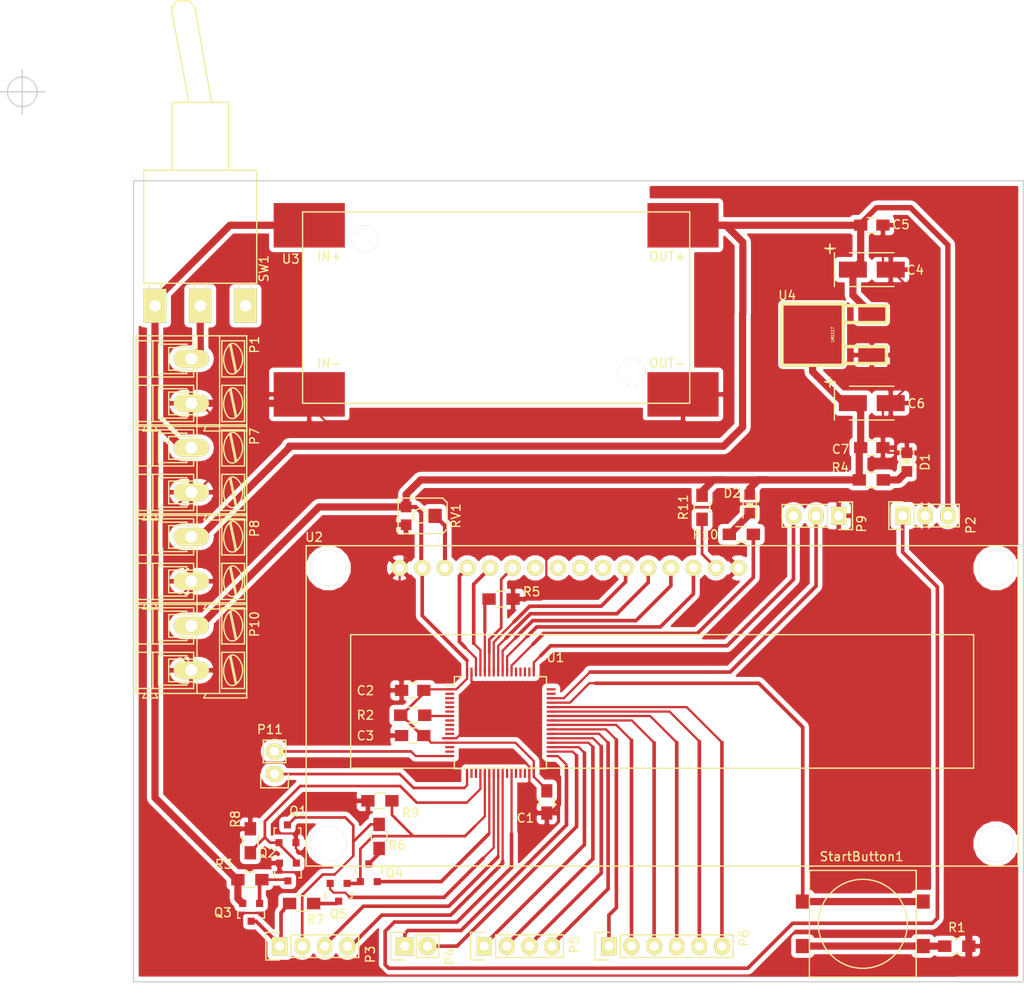
<source format=kicad_pcb>
(kicad_pcb (version 4) (host pcbnew 4.0.0-1rc2.201511201506+6189~38~ubuntu14.04.1-stable)
  (layers (0 F.Cu signal) (31 B.Cu signal) (34 B.Paste user) (35 F.Paste user) (36 B.SilkS user) (37 F.SilkS user) (38 B.Mask user) (39 F.Mask user) (44 Edge.Cuts user))
  (net 0 "")
  (net 1 +3V3)
  (net 2 GND)
  (net 3 +5V)
  (net 4 "Net-(D1-Pad2)")
  (net 5 /SWDIO)
  (net 6 /SWCLK)
  (net 7 "Net-(P3-Pad1)")
  (net 8 "Net-(P3-Pad2)")
  (net 9 /FAN_GND_A)
  (net 10 /FAN_24V_A)
  (net 11 /FAN_24V_BACK)
  (net 12 /FAN_GND_BACK)
  (net 13 /3V3_BACK)
  (net 14 /TOUCHPROBE_BACK)
  (net 15 /RFU_BACK_1)
  (net 16 /RFU_BACK_2)
  (net 17 /3V3_FRONT)
  (net 18 /TOUCHPROBE_FRONT)
  (net 19 /FAN_24V_FRONT)
  (net 20 /FAN_GND_FRONT)
  (net 21 /RFU_FRONT_2)
  (net 22 /RFU_FRONT_1)
  (net 23 +24V)
  (net 24 "Net-(P11-Pad1)")
  (net 25 "Net-(P11-Pad2)")
  (net 26 /KEY_TRANSISTOR_24V)
  (net 27 "Net-(Q2-Pad3)")
  (net 28 /KEY_TRANSISTOR_SC)
  (net 29 /LED_GND)
  (net 30 "Net-(Q4-Pad3)")
  (net 31 /LED_24V)
  (net 32 "Net-(Q5-Pad3)")
  (net 33 "Net-(R2-Pad2)")
  (net 34 "Net-(R5-Pad2)")
  (net 35 "Net-(RV1-Pad2)")
  (net 36 "Net-(StartButton1-Pad2)")
  (net 37 /LCD_D7)
  (net 38 /LCD_D6)
  (net 39 /LCD_D5)
  (net 40 /LCD_D4)
  (net 41 /LCD_E)
  (net 42 /LCD_RW)
  (net 43 /LCD_RS)
  (net 44 "Net-(P1-Pad1)")
  (net 45 "Net-(R1-Pad1)")
  (net 46 "Net-(D2-Pad1)")
  (net 47 "Net-(R10-Pad2)")
  (net 48 "Net-(P9-Pad1)")
  (net 49 "Net-(R11-Pad1)")
  (module Connect:AK300-2 (layer F.Cu) (at 19 50 270)
    (fp_text reference P8 (at -0.94 -7.1 270) (layer F.SilkS))
    (fp_text value CONN_01X02)
    (pad 1 thru_hole oval (at 0 0 270) (size 1.9812 3.9624) (drill 1.3208) (layers *.Cu F.Paste F.SilkS F.Mask) (net 3 +5V))
    (pad 2 thru_hole oval (at 5 0 270) (size 1.9812 3.9624) (drill 1.3208) (layers *.Cu F.Paste F.SilkS F.Mask) (net 2 GND))
  )
  (module Pin_Headers:Pin_Header_Straight_1x04 (layer F.Cu) (at 51.92 96 90)
    (fp_text reference P5 (at 0.15 10.12 90) (layer F.SilkS))
    (fp_text value WTYK_B)
    (pad 1 thru_hole rect (at 0 0 90) (size 2.032 1.7272) (drill 1.016) (layers *.Cu *.Mask F.SilkS) (net 13 /3V3_BACK))
    (pad 2 thru_hole oval (at 0 2.54 90) (size 2.032 1.7272) (drill 1.016) (layers *.Cu *.Mask F.SilkS) (net 14 /TOUCHPROBE_BACK))
    (pad 3 thru_hole oval (at 0 5.08 90) (size 2.032 1.7272) (drill 1.016) (layers *.Cu *.Mask F.SilkS) (net 15 /RFU_BACK_1))
    (pad 4 thru_hole oval (at 0 7.62 90) (size 2.032 1.7272) (drill 1.016) (layers *.Cu *.Mask F.SilkS) (net 16 /RFU_BACK_2))
  )
  (module Pin_Headers:Pin_Header_Straight_1x03 (layer F.Cu) (at 91.74 47.641429 270)
    (fp_text reference P2 (at 1.05 -14.84 270) (layer F.SilkS))
    (fp_text value SWD)
    (pad 1 thru_hole rect (at 0 0 270) (size 2.032 1.7272) (drill 1.016) (layers *.Cu *.Mask F.SilkS) (net 2 GND))
    (pad 2 thru_hole oval (at 0 2.54 270) (size 2.032 1.7272) (drill 1.016) (layers *.Cu *.Mask F.SilkS) (net 5 /SWDIO))
    (pad 3 thru_hole oval (at 0 5.08 270) (size 2.032 1.7272) (drill 1.016) (layers *.Cu *.Mask F.SilkS) (net 6 /SWCLK))
  )
  (module Buttons_Switches_ThroughHole:SW_SPDT (layer F.Cu) (at 20 24.05 90)
    (fp_text reference SW1 (at 4.18 7.15 90) (layer F.SilkS))
    (fp_text value SWITCH_INV)
    (pad 2 thru_hole rect (at 0 0 90) (size 3.81 2.54) (drill 1.27) (layers *.Cu *.Mask F.SilkS) (net 44 "Net-(P1-Pad1)"))
    (pad 1 thru_hole rect (at 0 -5.08 90) (size 3.81 2.54) (drill 1.27) (layers *.Cu *.Mask F.SilkS) (net 23 +24V))
    (pad 3 thru_hole rect (at 0 5.08 90) (size 3.81 2.54) (drill 1.27) (layers *.Cu *.Mask F.SilkS))
  )
  (module HD44780_2x16 (layer F.Cu) (at 31.9 51)
    (fp_text reference U2 (at 0.89 -0.95) (layer F.SilkS))
    (fp_text value HD44780)
    (pad "" thru_hole circle (at 2.5 2.5) (size 4 4) (drill 4) (layers *.Cu *.Mask F.SilkS))
    (pad "" thru_hole circle (at 77.5 2.5) (size 4 4) (drill 4) (layers *.Cu *.Mask F.SilkS))
    (pad "" thru_hole circle (at 2.5 33.5) (size 4 4) (drill 4) (layers *.Cu *.Mask F.SilkS))
    (pad "" thru_hole circle (at 77.5 33.5) (size 4 4) (drill 4) (layers *.Cu *.Mask F.SilkS))
    (pad 1 thru_hole circle (at 10.5 2.5) (size 1.8 1.8) (drill 1) (layers *.Cu *.Mask F.SilkS) (net 2 GND))
    (pad 2 thru_hole circle (at 13.04 2.5) (size 1.8 1.8) (drill 1) (layers *.Cu *.Mask F.SilkS) (net 1 +3V3))
    (pad 3 thru_hole circle (at 15.58 2.5) (size 1.8 1.8) (drill 1) (layers *.Cu *.Mask F.SilkS) (net 35 "Net-(RV1-Pad2)"))
    (pad 4 thru_hole circle (at 18.12 2.5) (size 1.8 1.8) (drill 1) (layers *.Cu *.Mask F.SilkS) (net 43 /LCD_RS))
    (pad 5 thru_hole circle (at 20.66 2.5) (size 1.8 1.8) (drill 1) (layers *.Cu *.Mask F.SilkS) (net 42 /LCD_RW))
    (pad 6 thru_hole circle (at 23.2 2.5) (size 1.8 1.8) (drill 1) (layers *.Cu *.Mask F.SilkS) (net 41 /LCD_E))
    (pad 7 thru_hole circle (at 25.74 2.5) (size 1.8 1.8) (drill 1) (layers *.Cu *.Mask F.SilkS))
    (pad 8 thru_hole circle (at 28.28 2.5) (size 1.8 1.8) (drill 1) (layers *.Cu *.Mask F.SilkS))
    (pad 9 thru_hole circle (at 30.82 2.5) (size 1.8 1.8) (drill 1) (layers *.Cu *.Mask F.SilkS))
    (pad 10 thru_hole circle (at 33.36 2.5) (size 1.8 1.8) (drill 1) (layers *.Cu *.Mask F.SilkS))
    (pad 11 thru_hole circle (at 35.9 2.5) (size 1.8 1.8) (drill 1) (layers *.Cu *.Mask F.SilkS) (net 40 /LCD_D4))
    (pad 12 thru_hole circle (at 38.44 2.5) (size 1.8 1.8) (drill 1) (layers *.Cu *.Mask F.SilkS) (net 39 /LCD_D5))
    (pad 13 thru_hole circle (at 40.98 2.5) (size 1.8 1.8) (drill 1) (layers *.Cu *.Mask F.SilkS) (net 38 /LCD_D6))
    (pad 14 thru_hole circle (at 43.52 2.5) (size 1.8 1.8) (drill 1) (layers *.Cu *.Mask F.SilkS) (net 37 /LCD_D7))
    (pad 15 thru_hole circle (at 46.06 2.5) (size 1.8 1.8) (drill 1) (layers *.Cu *.Mask F.SilkS) (net 49 "Net-(R11-Pad1)"))
    (pad 16 thru_hole circle (at 48.6 2.5) (size 1.8 1.8) (drill 1) (layers *.Cu *.Mask F.SilkS) (net 2 GND))
  )
  (module TO_SOT_Packages_SMD:SOT-23 (layer F.Cu) (at 38.94 87.75)
    (fp_text reference Q4 (at 2.88 0.04) (layer F.SilkS))
    (fp_text value IRLML6344TRPBF)
    (pad 1 smd rect (at -0.95 1.00076) (size 0.8001 0.8001) (layers F.Cu F.Paste F.Mask) (net 28 /KEY_TRANSISTOR_SC))
    (pad 2 smd rect (at 0.95 1.00076) (size 0.8001 0.8001) (layers F.Cu F.Paste F.Mask) (net 29 /LED_GND))
    (pad 3 smd rect (at 0 -0.99822) (size 0.8001 0.8001) (layers F.Cu F.Paste F.Mask) (net 30 "Net-(Q4-Pad3)"))
  )
  (module TO_SOT_Packages_SMD:SOT-23 (layer F.Cu) (at 25.72 92.2 180)
    (fp_text reference Q3 (at 3.18 -0.03 180) (layer F.SilkS))
    (fp_text value IRLML9301TRPBF)
    (pad 1 smd rect (at -0.95 1.00076 180) (size 0.8001 0.8001) (layers F.Cu F.Paste F.Mask) (net 27 "Net-(Q2-Pad3)"))
    (pad 2 smd rect (at 0.95 1.00076 180) (size 0.8001 0.8001) (layers F.Cu F.Paste F.Mask) (net 23 +24V))
    (pad 3 smd rect (at 0 -0.99822 180) (size 0.8001 0.8001) (layers F.Cu F.Paste F.Mask) (net 7 "Net-(P3-Pad1)"))
  )
  (module Zmorph:PushButton_12x12 (layer F.Cu) (at 94.45 93.49 180)
    (fp_text reference StartButton1 (at 0.13 7.55 180) (layer F.SilkS))
    (fp_text value DTSM-25N-V-B)
    (pad 2 smd rect (at -6.75 2.5 180) (size 1.55 1.6) (layers F.Cu F.Paste F.Mask) (net 36 "Net-(StartButton1-Pad2)"))
    (pad 1 smd rect (at -6.75 -2.5 180) (size 1.55 1.6) (layers F.Cu F.Paste F.Mask) (net 45 "Net-(R1-Pad1)"))
    (pad 1 smd rect (at 6.75 -2.5 180) (size 1.55 1.6) (layers F.Cu F.Paste F.Mask) (net 45 "Net-(R1-Pad1)"))
    (pad 2 smd rect (at 6.75 2.5 180) (size 1.55 1.6) (layers F.Cu F.Paste F.Mask) (net 36 "Net-(StartButton1-Pad2)"))
  )
  (module Capacitors_SMD:C_0805_HandSoldering (layer F.Cu) (at 58.94 79.8 270)
    (fp_text reference C1 (at 1.8 2.4 360) (layer F.SilkS))
    (fp_text value 100nF)
    (pad 1 smd rect (at -1.25 0 270) (size 1.5 1.25) (layers F.Cu F.Paste F.Mask) (net 1 +3V3))
    (pad 2 smd rect (at 1.25 0 270) (size 1.5 1.25) (layers F.Cu F.Paste F.Mask) (net 2 GND))
  )
  (module Capacitors_SMD:C_0805_HandSoldering (layer F.Cu) (at 43.876 67.258 180)
    (fp_text reference C2 (at 5.316 -0.032 180) (layer F.SilkS))
    (fp_text value 100nF)
    (pad 1 smd rect (at -1.25 0 180) (size 1.5 1.25) (layers F.Cu F.Paste F.Mask) (net 1 +3V3))
    (pad 2 smd rect (at 1.25 0 180) (size 1.5 1.25) (layers F.Cu F.Paste F.Mask) (net 2 GND))
  )
  (module Capacitors_SMD:C_0805_HandSoldering (layer F.Cu) (at 43.876 72.338 180)
    (fp_text reference C3 (at 5.316 -0.022 180) (layer F.SilkS))
    (fp_text value 100nF)
    (pad 1 smd rect (at -1.25 0 180) (size 1.5 1.25) (layers F.Cu F.Paste F.Mask) (net 1 +3V3))
    (pad 2 smd rect (at 1.25 0 180) (size 1.5 1.25) (layers F.Cu F.Paste F.Mask) (net 2 GND))
  )
  (module Capacitors_Tantalum_SMD:TantalC_SizeB_EIA-3528_HandSoldering (layer F.Cu) (at 95.460844 19.98182)
    (fp_text reference C4 (at 4.889156 0.04818) (layer F.SilkS))
    (fp_text value "47uF 10V")
    (fp_text user + (at -4.70154 -2.4003) (layer F.SilkS))
    (pad 2 smd rect (at 2.12598 0) (size 3.1496 1.80086) (layers F.Cu F.Paste F.Mask) (net 2 GND))
    (pad 1 smd rect (at -2.12598 0) (size 3.1496 1.80086) (layers F.Cu F.Paste F.Mask) (net 3 +5V))
  )
  (module Capacitors_SMD:C_0805_HandSoldering (layer F.Cu) (at 95.460844 14.98182)
    (fp_text reference C5 (at 3.279156 -0.06182) (layer F.SilkS))
    (fp_text value 100nF)
    (pad 1 smd rect (at -1.25 0) (size 1.5 1.25) (layers F.Cu F.Paste F.Mask) (net 3 +5V))
    (pad 2 smd rect (at 1.25 0) (size 1.5 1.25) (layers F.Cu F.Paste F.Mask) (net 2 GND))
  )
  (module Capacitors_Tantalum_SMD:TantalC_SizeB_EIA-3528_HandSoldering (layer F.Cu) (at 95.460844 34.98182)
    (fp_text reference C6 (at 5.009156 0.04818) (layer F.SilkS))
    (fp_text value "47uF 10V")
    (fp_text user + (at -4.70154 -2.4003) (layer F.SilkS))
    (pad 2 smd rect (at 2.12598 0) (size 3.1496 1.80086) (layers F.Cu F.Paste F.Mask) (net 2 GND))
    (pad 1 smd rect (at -2.12598 0) (size 3.1496 1.80086) (layers F.Cu F.Paste F.Mask) (net 1 +3V3))
  )
  (module Capacitors_SMD:C_0805_HandSoldering (layer F.Cu) (at 95.460844 39.98182)
    (fp_text reference C7 (at -3.510844 0.18818) (layer F.SilkS))
    (fp_text value 100nF)
    (pad 1 smd rect (at -1.25 0) (size 1.5 1.25) (layers F.Cu F.Paste F.Mask) (net 1 +3V3))
    (pad 2 smd rect (at 1.25 0) (size 1.5 1.25) (layers F.Cu F.Paste F.Mask) (net 2 GND))
  )
  (module LEDs:LED_0805 (layer F.Cu) (at 99.4 41.61 270)
    (fp_text reference D1 (at -0.01 -2.04 270) (layer F.SilkS))
    (fp_text value LED)
    (pad 2 smd rect (at 1.04902 0 90) (size 1.19888 1.19888) (layers F.Cu F.Paste F.Mask) (net 4 "Net-(D1-Pad2)"))
    (pad 1 smd rect (at -1.04902 0 90) (size 1.19888 1.19888) (layers F.Cu F.Paste F.Mask) (net 2 GND))
  )
  (module Connect:AK300-2 (layer F.Cu) (at 19 30 270)
    (fp_text reference P1 (at -1.57 -7.1 270) (layer F.SilkS))
    (fp_text value CONN_01X02)
    (pad 1 thru_hole oval (at 0 0 270) (size 1.9812 3.9624) (drill 1.3208) (layers *.Cu F.Paste F.SilkS F.Mask) (net 44 "Net-(P1-Pad1)"))
    (pad 2 thru_hole oval (at 5 0 270) (size 1.9812 3.9624) (drill 1.3208) (layers *.Cu F.Paste F.SilkS F.Mask) (net 2 GND))
  )
  (module Pin_Headers:Pin_Header_Straight_1x04 (layer F.Cu) (at 28.92 96 90)
    (fp_text reference P3 (at -0.93 10.19 90) (layer F.SilkS))
    (fp_text value WTYK_A)
    (pad 1 thru_hole rect (at 0 0 90) (size 2.032 1.7272) (drill 1.016) (layers *.Cu *.Mask F.SilkS) (net 7 "Net-(P3-Pad1)"))
    (pad 2 thru_hole oval (at 0 2.54 90) (size 2.032 1.7272) (drill 1.016) (layers *.Cu *.Mask F.SilkS) (net 8 "Net-(P3-Pad2)"))
    (pad 3 thru_hole oval (at 0 5.08 90) (size 2.032 1.7272) (drill 1.016) (layers *.Cu *.Mask F.SilkS) (net 9 /FAN_GND_A))
    (pad 4 thru_hole oval (at 0 7.62 90) (size 2.032 1.7272) (drill 1.016) (layers *.Cu *.Mask F.SilkS) (net 10 /FAN_24V_A))
  )
  (module Pin_Headers:Pin_Header_Straight_1x02 (layer F.Cu) (at 43 96 90)
    (fp_text reference P4 (at -1.18 5.06 90) (layer F.SilkS))
    (fp_text value HARTING_BACK)
    (pad 1 thru_hole rect (at 0 0 90) (size 2.032 2.032) (drill 1.016) (layers *.Cu *.Mask F.SilkS) (net 11 /FAN_24V_BACK))
    (pad 2 thru_hole oval (at 0 2.54 90) (size 2.032 2.032) (drill 1.016) (layers *.Cu *.Mask F.SilkS) (net 12 /FAN_GND_BACK))
  )
  (module Pin_Headers:Pin_Header_Straight_1x06 (layer F.Cu) (at 65.92 96 90)
    (fp_text reference P6 (at 0.91 15.18 270) (layer F.SilkS))
    (fp_text value HARTING_FRONT)
    (pad 1 thru_hole rect (at 0 0 90) (size 2.032 1.7272) (drill 1.016) (layers *.Cu *.Mask F.SilkS) (net 17 /3V3_FRONT))
    (pad 2 thru_hole oval (at 0 2.54 90) (size 2.032 1.7272) (drill 1.016) (layers *.Cu *.Mask F.SilkS) (net 18 /TOUCHPROBE_FRONT))
    (pad 3 thru_hole oval (at 0 5.08 90) (size 2.032 1.7272) (drill 1.016) (layers *.Cu *.Mask F.SilkS) (net 19 /FAN_24V_FRONT))
    (pad 4 thru_hole oval (at 0 7.62 90) (size 2.032 1.7272) (drill 1.016) (layers *.Cu *.Mask F.SilkS) (net 20 /FAN_GND_FRONT))
    (pad 5 thru_hole oval (at 0 10.16 90) (size 2.032 1.7272) (drill 1.016) (layers *.Cu *.Mask F.SilkS) (net 21 /RFU_FRONT_2))
    (pad 6 thru_hole oval (at 0 12.7 90) (size 2.032 1.7272) (drill 1.016) (layers *.Cu *.Mask F.SilkS) (net 22 /RFU_FRONT_1))
  )
  (module Connect:AK300-2 (layer F.Cu) (at 19 40 270)
    (fp_text reference P7 (at -1.29 -7.1 270) (layer F.SilkS))
    (fp_text value CONN_01X02)
    (pad 1 thru_hole oval (at 0 0 270) (size 1.9812 3.9624) (drill 1.3208) (layers *.Cu F.Paste F.SilkS F.Mask) (net 23 +24V))
    (pad 2 thru_hole oval (at 5 0 270) (size 1.9812 3.9624) (drill 1.3208) (layers *.Cu F.Paste F.SilkS F.Mask) (net 2 GND))
  )
  (module Pin_Headers:Pin_Header_Straight_1x03 (layer F.Cu) (at 98.93 47.62 90)
    (fp_text reference P9 (at -0.92 -4.62 90) (layer F.SilkS))
    (fp_text value Servo)
    (pad 1 thru_hole rect (at 0 0 90) (size 2.032 1.7272) (drill 1.016) (layers *.Cu *.Mask F.SilkS) (net 48 "Net-(P9-Pad1)"))
    (pad 2 thru_hole oval (at 0 2.54 90) (size 2.032 1.7272) (drill 1.016) (layers *.Cu *.Mask F.SilkS) (net 2 GND))
    (pad 3 thru_hole oval (at 0 5.08 90) (size 2.032 1.7272) (drill 1.016) (layers *.Cu *.Mask F.SilkS) (net 3 +5V))
  )
  (module Connect:AK300-2 (layer F.Cu) (at 19 60 270)
    (fp_text reference P10 (at -0.18 -7.1 270) (layer F.SilkS))
    (fp_text value CONN_01X02)
    (pad 1 thru_hole oval (at 0 0 270) (size 1.9812 3.9624) (drill 1.3208) (layers *.Cu F.Paste F.SilkS F.Mask) (net 1 +3V3))
    (pad 2 thru_hole oval (at 5 0 270) (size 1.9812 3.9624) (drill 1.3208) (layers *.Cu F.Paste F.SilkS F.Mask) (net 2 GND))
  )
  (module TO_SOT_Packages_SMD:SOT-23 (layer F.Cu) (at 29.8 83.37)
    (fp_text reference Q1 (at 1.2 -2.55) (layer F.SilkS))
    (fp_text value IRLML6344TRPBF)
    (pad 1 smd rect (at -0.95 1.00076) (size 0.8001 0.8001) (layers F.Cu F.Paste F.Mask) (net 26 /KEY_TRANSISTOR_24V))
    (pad 2 smd rect (at 0.95 1.00076) (size 0.8001 0.8001) (layers F.Cu F.Paste F.Mask) (net 2 GND))
    (pad 3 smd rect (at 0 -0.99822) (size 0.8001 0.8001) (layers F.Cu F.Paste F.Mask) (net 8 "Net-(P3-Pad2)"))
  )
  (module TO_SOT_Packages_SMD:SOT-23 (layer F.Cu) (at 29.85 87.67076 180)
    (fp_text reference Q2 (at 2.33 2.14076 180) (layer F.SilkS))
    (fp_text value IRLML6344TRPBF)
    (pad 1 smd rect (at -0.95 1.00076 180) (size 0.8001 0.8001) (layers F.Cu F.Paste F.Mask) (net 26 /KEY_TRANSISTOR_24V))
    (pad 2 smd rect (at 0.95 1.00076 180) (size 0.8001 0.8001) (layers F.Cu F.Paste F.Mask) (net 2 GND))
    (pad 3 smd rect (at 0 -0.99822 180) (size 0.8001 0.8001) (layers F.Cu F.Paste F.Mask) (net 27 "Net-(Q2-Pad3)"))
  )
  (module TO_SOT_Packages_SMD:SOT-23 (layer F.Cu) (at 35.55 89.95 180)
    (fp_text reference Q5 (at 0.01 -2.45 180) (layer F.SilkS))
    (fp_text value IRLML6344TRPBF)
    (pad 1 smd rect (at -0.95 1.00076 180) (size 0.8001 0.8001) (layers F.Cu F.Paste F.Mask) (net 28 /KEY_TRANSISTOR_SC))
    (pad 2 smd rect (at 0.95 1.00076 180) (size 0.8001 0.8001) (layers F.Cu F.Paste F.Mask) (net 31 /LED_24V))
    (pad 3 smd rect (at 0 -0.99822 180) (size 0.8001 0.8001) (layers F.Cu F.Paste F.Mask) (net 32 "Net-(Q5-Pad3)"))
  )
  (module Resistors_SMD:R_0805_HandSoldering (layer F.Cu) (at 105.01 96)
    (fp_text reference R1 (at 0 -2.1) (layer F.SilkS))
    (fp_text value 330R)
    (pad 1 smd rect (at -1.35 0) (size 1.5 1.3) (layers F.Cu F.Paste F.Mask) (net 45 "Net-(R1-Pad1)"))
    (pad 2 smd rect (at 1.35 0) (size 1.5 1.3) (layers F.Cu F.Paste F.Mask) (net 2 GND))
  )
  (module Resistors_SMD:R_0805_HandSoldering (layer F.Cu) (at 43.876 70.052)
    (fp_text reference R2 (at -5.316 -0.002) (layer F.SilkS))
    (fp_text value 10k)
    (pad 1 smd rect (at -1.35 0) (size 1.5 1.3) (layers F.Cu F.Paste F.Mask) (net 1 +3V3))
    (pad 2 smd rect (at 1.35 0) (size 1.5 1.3) (layers F.Cu F.Paste F.Mask) (net 33 "Net-(R2-Pad2)"))
  )
  (module Resistors_SMD:R_0805_HandSoldering (layer F.Cu) (at 25.58 88.53 180)
    (fp_text reference R3 (at 2.95 1.73 180) (layer F.SilkS))
    (fp_text value 10k)
    (pad 1 smd rect (at -1.35 0 180) (size 1.5 1.3) (layers F.Cu F.Paste F.Mask) (net 27 "Net-(Q2-Pad3)"))
    (pad 2 smd rect (at 1.35 0 180) (size 1.5 1.3) (layers F.Cu F.Paste F.Mask) (net 23 +24V))
  )
  (module Resistors_SMD:R_0805_HandSoldering (layer F.Cu) (at 95.4 43.61)
    (fp_text reference R4 (at -3.49 -1.37) (layer F.SilkS))
    (fp_text value 330R)
    (pad 1 smd rect (at -1.35 0) (size 1.5 1.3) (layers F.Cu F.Paste F.Mask) (net 1 +3V3))
    (pad 2 smd rect (at 1.35 0) (size 1.5 1.3) (layers F.Cu F.Paste F.Mask) (net 4 "Net-(D1-Pad2)"))
  )
  (module Resistors_SMD:R_0805_HandSoldering (layer F.Cu) (at 53.8 57 180)
    (fp_text reference R5 (at -3.43 0.82 180) (layer F.SilkS))
    (fp_text value 10k)
    (pad 1 smd rect (at -1.35 0 180) (size 1.5 1.3) (layers F.Cu F.Paste F.Mask) (net 2 GND))
    (pad 2 smd rect (at 1.35 0 180) (size 1.5 1.3) (layers F.Cu F.Paste F.Mask) (net 34 "Net-(R5-Pad2)"))
  )
  (module Resistors_SMD:R_0805_HandSoldering (layer F.Cu) (at 40.1 83.67 270)
    (fp_text reference R6 (at 1.01 -1.99 360) (layer F.SilkS))
    (fp_text value 1R)
    (pad 1 smd rect (at -1.35 0 270) (size 1.5 1.3) (layers F.Cu F.Paste F.Mask) (net 8 "Net-(P3-Pad2)"))
    (pad 2 smd rect (at 1.35 0 270) (size 1.5 1.3) (layers F.Cu F.Paste F.Mask) (net 30 "Net-(Q4-Pad3)"))
  )
  (module Resistors_SMD:R_0805_HandSoldering (layer F.Cu) (at 31.39 91.21 180)
    (fp_text reference R7 (at -1.57 -1.83 180) (layer F.SilkS))
    (fp_text value 1R)
    (pad 1 smd rect (at -1.35 0 180) (size 1.5 1.3) (layers F.Cu F.Paste F.Mask) (net 32 "Net-(Q5-Pad3)"))
    (pad 2 smd rect (at 1.35 0 180) (size 1.5 1.3) (layers F.Cu F.Paste F.Mask) (net 7 "Net-(P3-Pad1)"))
  )
  (module StepStick:POT_SMD_3x3_5 (layer F.Cu) (at 44.74 47.65 270)
    (fp_text reference RV1 (at 0.01 -3.99 450) (layer F.SilkS))
    (fp_text value POT)
    (pad 1 smd rect (at -1 1.6 270) (size 1.2 1.2) (layers F.Cu F.Paste F.Mask) (net 1 +3V3))
    (pad 2 smd rect (at 0 -1.65 270) (size 1.6 1.5) (layers F.Cu F.Paste F.Mask) (net 35 "Net-(RV1-Pad2)"))
    (pad 3 smd rect (at 1 1.6 270) (size 1.2 1.2) (layers F.Cu F.Paste F.Mask) (net 2 GND))
  )
  (module Housings_QFP:LQFP-64_10x10mm_Pitch0.5mm (layer F.Cu) (at 53.73 70.89)
    (fp_text reference U1 (at 6.18 -7.32) (layer F.SilkS))
    (fp_text value STM32F030R8T6)
    (pad 1 smd rect (at -5.7 -3.75) (size 1 0.25) (layers F.Cu F.Paste F.Mask) (net 1 +3V3))
    (pad 2 smd rect (at -5.7 -3.25) (size 1 0.25) (layers F.Cu F.Paste F.Mask))
    (pad 3 smd rect (at -5.7 -2.75) (size 1 0.25) (layers F.Cu F.Paste F.Mask))
    (pad 4 smd rect (at -5.7 -2.25) (size 1 0.25) (layers F.Cu F.Paste F.Mask))
    (pad 5 smd rect (at -5.7 -1.75) (size 1 0.25) (layers F.Cu F.Paste F.Mask))
    (pad 6 smd rect (at -5.7 -1.25) (size 1 0.25) (layers F.Cu F.Paste F.Mask))
    (pad 7 smd rect (at -5.7 -0.75) (size 1 0.25) (layers F.Cu F.Paste F.Mask) (net 33 "Net-(R2-Pad2)"))
    (pad 8 smd rect (at -5.7 -0.25) (size 1 0.25) (layers F.Cu F.Paste F.Mask))
    (pad 9 smd rect (at -5.7 0.25) (size 1 0.25) (layers F.Cu F.Paste F.Mask))
    (pad 10 smd rect (at -5.7 0.75) (size 1 0.25) (layers F.Cu F.Paste F.Mask))
    (pad 11 smd rect (at -5.7 1.25) (size 1 0.25) (layers F.Cu F.Paste F.Mask))
    (pad 12 smd rect (at -5.7 1.75) (size 1 0.25) (layers F.Cu F.Paste F.Mask) (net 2 GND))
    (pad 13 smd rect (at -5.7 2.25) (size 1 0.25) (layers F.Cu F.Paste F.Mask) (net 1 +3V3))
    (pad 14 smd rect (at -5.7 2.75) (size 1 0.25) (layers F.Cu F.Paste F.Mask))
    (pad 15 smd rect (at -5.7 3.25) (size 1 0.25) (layers F.Cu F.Paste F.Mask))
    (pad 16 smd rect (at -5.7 3.75) (size 1 0.25) (layers F.Cu F.Paste F.Mask) (net 25 "Net-(P11-Pad2)"))
    (pad 17 smd rect (at -3.75 5.7 90) (size 1 0.25) (layers F.Cu F.Paste F.Mask) (net 24 "Net-(P11-Pad1)"))
    (pad 18 smd rect (at -3.25 5.7 90) (size 1 0.25) (layers F.Cu F.Paste F.Mask))
    (pad 19 smd rect (at -2.75 5.7 90) (size 1 0.25) (layers F.Cu F.Paste F.Mask))
    (pad 20 smd rect (at -2.25 5.7 90) (size 1 0.25) (layers F.Cu F.Paste F.Mask) (net 26 /KEY_TRANSISTOR_24V))
    (pad 21 smd rect (at -1.75 5.7 90) (size 1 0.25) (layers F.Cu F.Paste F.Mask) (net 28 /KEY_TRANSISTOR_SC))
    (pad 22 smd rect (at -1.25 5.7 90) (size 1 0.25) (layers F.Cu F.Paste F.Mask) (net 29 /LED_GND))
    (pad 23 smd rect (at -0.75 5.7 90) (size 1 0.25) (layers F.Cu F.Paste F.Mask) (net 31 /LED_24V))
    (pad 24 smd rect (at -0.25 5.7 90) (size 1 0.25) (layers F.Cu F.Paste F.Mask) (net 9 /FAN_GND_A))
    (pad 25 smd rect (at 0.25 5.7 90) (size 1 0.25) (layers F.Cu F.Paste F.Mask) (net 10 /FAN_24V_A))
    (pad 26 smd rect (at 0.75 5.7 90) (size 1 0.25) (layers F.Cu F.Paste F.Mask))
    (pad 27 smd rect (at 1.25 5.7 90) (size 1 0.25) (layers F.Cu F.Paste F.Mask) (net 48 "Net-(P9-Pad1)"))
    (pad 28 smd rect (at 1.75 5.7 90) (size 1 0.25) (layers F.Cu F.Paste F.Mask))
    (pad 29 smd rect (at 2.25 5.7 90) (size 1 0.25) (layers F.Cu F.Paste F.Mask))
    (pad 30 smd rect (at 2.75 5.7 90) (size 1 0.25) (layers F.Cu F.Paste F.Mask))
    (pad 31 smd rect (at 3.25 5.7 90) (size 1 0.25) (layers F.Cu F.Paste F.Mask) (net 2 GND))
    (pad 32 smd rect (at 3.75 5.7 90) (size 1 0.25) (layers F.Cu F.Paste F.Mask) (net 1 +3V3))
    (pad 33 smd rect (at 5.7 3.75) (size 1 0.25) (layers F.Cu F.Paste F.Mask) (net 11 /FAN_24V_BACK))
    (pad 34 smd rect (at 5.7 3.25) (size 1 0.25) (layers F.Cu F.Paste F.Mask) (net 12 /FAN_GND_BACK))
    (pad 35 smd rect (at 5.7 2.75) (size 1 0.25) (layers F.Cu F.Paste F.Mask) (net 13 /3V3_BACK))
    (pad 36 smd rect (at 5.7 2.25) (size 1 0.25) (layers F.Cu F.Paste F.Mask) (net 14 /TOUCHPROBE_BACK))
    (pad 37 smd rect (at 5.7 1.75) (size 1 0.25) (layers F.Cu F.Paste F.Mask) (net 15 /RFU_BACK_1))
    (pad 38 smd rect (at 5.7 1.25) (size 1 0.25) (layers F.Cu F.Paste F.Mask) (net 16 /RFU_BACK_2))
    (pad 39 smd rect (at 5.7 0.75) (size 1 0.25) (layers F.Cu F.Paste F.Mask) (net 17 /3V3_FRONT))
    (pad 40 smd rect (at 5.7 0.25) (size 1 0.25) (layers F.Cu F.Paste F.Mask) (net 18 /TOUCHPROBE_FRONT))
    (pad 41 smd rect (at 5.7 -0.25) (size 1 0.25) (layers F.Cu F.Paste F.Mask) (net 19 /FAN_24V_FRONT))
    (pad 42 smd rect (at 5.7 -0.75) (size 1 0.25) (layers F.Cu F.Paste F.Mask) (net 20 /FAN_GND_FRONT))
    (pad 43 smd rect (at 5.7 -1.25) (size 1 0.25) (layers F.Cu F.Paste F.Mask) (net 21 /RFU_FRONT_2))
    (pad 44 smd rect (at 5.7 -1.75) (size 1 0.25) (layers F.Cu F.Paste F.Mask) (net 22 /RFU_FRONT_1))
    (pad 45 smd rect (at 5.7 -2.25) (size 1 0.25) (layers F.Cu F.Paste F.Mask) (net 36 "Net-(StartButton1-Pad2)"))
    (pad 46 smd rect (at 5.7 -2.75) (size 1 0.25) (layers F.Cu F.Paste F.Mask) (net 5 /SWDIO))
    (pad 47 smd rect (at 5.7 -3.25) (size 1 0.25) (layers F.Cu F.Paste F.Mask))
    (pad 48 smd rect (at 5.7 -3.75) (size 1 0.25) (layers F.Cu F.Paste F.Mask))
    (pad 49 smd rect (at 3.75 -5.7 90) (size 1 0.25) (layers F.Cu F.Paste F.Mask) (net 6 /SWCLK))
    (pad 50 smd rect (at 3.25 -5.7 90) (size 1 0.25) (layers F.Cu F.Paste F.Mask))
    (pad 51 smd rect (at 2.75 -5.7 90) (size 1 0.25) (layers F.Cu F.Paste F.Mask))
    (pad 52 smd rect (at 2.25 -5.7 90) (size 1 0.25) (layers F.Cu F.Paste F.Mask))
    (pad 53 smd rect (at 1.75 -5.7 90) (size 1 0.25) (layers F.Cu F.Paste F.Mask))
    (pad 54 smd rect (at 1.25 -5.7 90) (size 1 0.25) (layers F.Cu F.Paste F.Mask) (net 47 "Net-(R10-Pad2)"))
    (pad 55 smd rect (at 0.75 -5.7 90) (size 1 0.25) (layers F.Cu F.Paste F.Mask) (net 37 /LCD_D7))
    (pad 56 smd rect (at 0.25 -5.7 90) (size 1 0.25) (layers F.Cu F.Paste F.Mask) (net 38 /LCD_D6))
    (pad 57 smd rect (at -0.25 -5.7 90) (size 1 0.25) (layers F.Cu F.Paste F.Mask) (net 39 /LCD_D5))
    (pad 58 smd rect (at -0.75 -5.7 90) (size 1 0.25) (layers F.Cu F.Paste F.Mask) (net 40 /LCD_D4))
    (pad 59 smd rect (at -1.25 -5.7 90) (size 1 0.25) (layers F.Cu F.Paste F.Mask) (net 41 /LCD_E))
    (pad 60 smd rect (at -1.75 -5.7 90) (size 1 0.25) (layers F.Cu F.Paste F.Mask) (net 34 "Net-(R5-Pad2)"))
    (pad 61 smd rect (at -2.25 -5.7 90) (size 1 0.25) (layers F.Cu F.Paste F.Mask) (net 42 /LCD_RW))
    (pad 62 smd rect (at -2.75 -5.7 90) (size 1 0.25) (layers F.Cu F.Paste F.Mask) (net 43 /LCD_RS))
    (pad 63 smd rect (at -3.25 -5.7 90) (size 1 0.25) (layers F.Cu F.Paste F.Mask) (net 2 GND))
    (pad 64 smd rect (at -3.75 -5.7 90) (size 1 0.25) (layers F.Cu F.Paste F.Mask) (net 1 +3V3))
  )
  (module StepStick:LM2596S-Module (layer F.Cu) (at 31.5 13.5)
    (fp_text reference U3 (at -1.33 5.29 180) (layer F.SilkS))
    (fp_text value LM2596)
    (fp_text user OUT- (at 41 17) (layer F.SilkS))
    (fp_text user OUT+ (at 41 5) (layer F.SilkS))
    (fp_text user IN- (at 3 17) (layer F.SilkS))
    (fp_text user IN+ (at 3 5) (layer F.SilkS))
    (pad 1 smd rect (at 0.75 1.5) (size 8 5) (layers F.Cu F.Paste F.Mask) (net 23 +24V))
    (pad 2 smd rect (at 0.75 20.5) (size 8 5) (layers F.Cu F.Paste F.Mask) (net 2 GND))
    (pad 2 smd rect (at 42.75 20.5) (size 8 5) (layers F.Cu F.Paste F.Mask) (net 2 GND))
    (pad 3 smd rect (at 42.75 1.5) (size 8 5) (layers F.Cu F.Paste F.Mask) (net 3 +5V))
    (pad 4 thru_hole circle (at 7 3) (size 3 3) (drill 3) (layers *.Cu *.Mask F.SilkS))
    (pad 4 thru_hole circle (at 37 18) (size 3 3) (drill 3) (layers *.Cu *.Mask F.SilkS))
  )
  (module Warsztaty:LM1117_TO-252 (layer F.Cu) (at 95.460844 27.28306 90)
    (fp_text reference U4 (at 4.40306 -9.510844 180) (layer F.SilkS))
    (fp_text value LM1117 (at 0 -4.39928 90) (layer F.SilkS) (effects (font (size 0.29972 0.29972) (thickness 0.0762))))
    (pad 3 smd rect (at -2.30124 0 90) (size 1.651 3.048) (layers F.Cu F.Paste F.Mask) (net 2 GND))
    (pad 2 smd rect (at 0 -6.64972 90) (size 6.70052 6.70052) (layers F.Cu F.Paste F.Mask) (net 1 +3V3))
    (pad 1 smd rect (at 2.30124 0 90) (size 1.651 3.048) (layers F.Cu F.Paste F.Mask) (net 3 +5V))
  )
  (module Pin_Headers:Pin_Header_Straight_1x02 (layer F.Cu) (at 28.35 76.66 180)
    (fp_text reference P11 (at 0.52 5.01 180) (layer F.SilkS))
    (fp_text value UART)
    (pad 1 thru_hole oval (at 0 0 180) (size 2.032 1.8) (drill 1.016) (layers *.Cu *.Mask F.SilkS) (net 24 "Net-(P11-Pad1)"))
    (pad 2 thru_hole oval (at 0 2.54 180) (size 2.032 1.8) (drill 1.016) (layers *.Cu *.Mask F.SilkS) (net 25 "Net-(P11-Pad2)"))
  )
  (module Resistors_SMD:R_0805_HandSoldering (layer F.Cu) (at 25.63 84.16 90)
    (fp_text reference R8 (at 2.44 -1.68 90) (layer F.SilkS))
    (fp_text value 4k7)
    (pad 1 smd rect (at -1.35 0 90) (size 1.5 1.3) (layers F.Cu F.Paste F.Mask) (net 26 /KEY_TRANSISTOR_24V))
    (pad 2 smd rect (at 1.35 0 90) (size 1.5 1.3) (layers F.Cu F.Paste F.Mask) (net 2 GND))
  )
  (module Resistors_SMD:R_0805_HandSoldering (layer F.Cu) (at 40.19 79.67 180)
    (fp_text reference R9 (at -3.46 -1.34 180) (layer F.SilkS))
    (fp_text value 4k7)
    (pad 1 smd rect (at -1.35 0 180) (size 1.5 1.3) (layers F.Cu F.Paste F.Mask) (net 28 /KEY_TRANSISTOR_SC))
    (pad 2 smd rect (at 1.35 0 180) (size 1.5 1.3) (layers F.Cu F.Paste F.Mask) (net 2 GND))
  )
  (module LEDs:LED_0805 (layer F.Cu) (at 81.74 46.3 90)
    (fp_text reference D2 (at 1.21 -1.98 180) (layer F.SilkS))
    (fp_text value LED)
    (pad 2 smd rect (at 1.04902 0 270) (size 1.19888 1.19888) (layers F.Cu F.Paste F.Mask) (net 1 +3V3))
    (pad 1 smd rect (at -1.04902 0 270) (size 1.19888 1.19888) (layers F.Cu F.Paste F.Mask) (net 46 "Net-(D2-Pad1)"))
  )
  (module Resistors_SMD:R_0805_HandSoldering (layer F.Cu) (at 80.8 49.73)
    (fp_text reference R10 (at -4.03 0.04) (layer F.SilkS))
    (fp_text value 270R)
    (pad 1 smd rect (at -1.35 0) (size 1.5 1.3) (layers F.Cu F.Paste F.Mask) (net 46 "Net-(D2-Pad1)"))
    (pad 2 smd rect (at 1.35 0) (size 1.5 1.3) (layers F.Cu F.Paste F.Mask) (net 47 "Net-(R10-Pad2)"))
  )
  (module Resistors_SMD:R_0805_HandSoldering (layer F.Cu) (at 76.388 46.684 90)
    (fp_text reference R11 (at 0 -2.1 90) (layer F.SilkS))
    (fp_text value 330R)
    (pad 1 smd rect (at -1.35 0 90) (size 1.5 1.3) (layers F.Cu F.Paste F.Mask) (net 49 "Net-(R11-Pad1)"))
    (pad 2 smd rect (at 1.35 0 90) (size 1.5 1.3) (layers F.Cu F.Paste F.Mask) (net 1 +3V3))
  )
  (target plus (at 0 0) (size 5) (width 0.15) (layer Edge.Cuts))
  (gr_line (start 112.5 10) (end 112.5 100) (layer Edge.Cuts) (width 0.15))
  (gr_line (start 12.5 100) (end 112.5 100) (layer Edge.Cuts) (width 0.15))
  (gr_line (start 12.5 10) (end 12.5 100) (layer Edge.Cuts) (width 0.15))
  (gr_line (start 12.5 10) (end 112.5 10) (layer Edge.Cuts) (width 0.15))
  (segment (start 76.388 45.334) (end 76.388 44.906) (width 0.8128) (layer F.Cu) (net 1))
  (segment (start 76.388 44.906) (end 77.684 43.61) (width 0.8128) (layer F.Cu) (net 1))
  (segment (start 77.684 43.61) (end 78.674 43.61) (width 0.8128) (layer F.Cu) (net 1))
  (segment (start 44.7672 43.61) (end 78.674 43.61) (width 0.8128) (layer F.Cu) (net 1))
  (segment (start 78.674 43.61) (end 83.02 43.61) (width 0.8128) (layer F.Cu) (net 1))
  (segment (start 43.14 46.65) (end 33.3406 46.65) (width 0.8128) (layer F.Cu) (net 1))
  (segment (start 33.3406 46.65) (end 19.9906 60) (width 0.8128) (layer F.Cu) (net 1))
  (segment (start 19.9906 60) (end 19 60) (width 0.8128) (layer F.Cu) (net 1))
  (segment (start 57.48 76.59) (end 57.48 76.965) (width 0.254) (layer F.Cu) (net 1))
  (segment (start 57.48 76.965) (end 58.94 78.425) (width 0.254) (layer F.Cu) (net 1))
  (segment (start 58.94 78.425) (end 58.94 78.55) (width 0.254) (layer F.Cu) (net 1))
  (segment (start 57.48 76.59) (end 57.48 75.2) (width 0.254) (layer F.Cu) (net 1))
  (segment (start 57.48 75.2) (end 55.42 73.14) (width 0.254) (layer F.Cu) (net 1))
  (segment (start 48.784 73.14) (end 48.03 73.14) (width 0.254) (layer F.Cu) (net 1))
  (segment (start 55.42 73.14) (end 48.784 73.14) (width 0.254) (layer F.Cu) (net 1))
  (segment (start 44.94 53.5) (end 44.83 53.39) (width 0.4572) (layer F.Cu) (net 1))
  (segment (start 44.83 53.39) (end 44.83 47.2828) (width 0.4572) (layer F.Cu) (net 1))
  (segment (start 44.83 47.2828) (end 44.1972 46.65) (width 0.4572) (layer F.Cu) (net 1))
  (segment (start 44.1972 46.65) (end 43.14 46.65) (width 0.4572) (layer F.Cu) (net 1))
  (segment (start 45.126 72.338) (end 44.912 72.338) (width 0.254) (layer F.Cu) (net 1))
  (segment (start 44.912 72.338) (end 42.626 70.052) (width 0.3048) (layer F.Cu) (net 1))
  (segment (start 42.626 70.052) (end 42.526 70.052) (width 0.254) (layer F.Cu) (net 1))
  (segment (start 81.74 45.25098) (end 81.74 44.59) (width 0.8128) (layer F.Cu) (net 1))
  (segment (start 81.74 44.59) (end 82.72 43.61) (width 0.8128) (layer F.Cu) (net 1))
  (segment (start 82.72 43.61) (end 83.02 43.61) (width 0.8128) (layer F.Cu) (net 1))
  (segment (start 83.02 43.61) (end 83.7 43.61) (width 0.8128) (layer F.Cu) (net 1))
  (segment (start 83.7 43.61) (end 92.4872 43.61) (width 0.8128) (layer F.Cu) (net 1))
  (segment (start 82.77874 43.61) (end 83.7 43.61) (width 0.8128) (layer F.Cu) (net 1))
  (segment (start 49.98 65.19) (end 49.98 63.9) (width 0.254) (layer F.Cu) (net 1))
  (segment (start 49.98 63.9) (end 44.94 58.86) (width 0.4064) (layer F.Cu) (net 1))
  (segment (start 44.94 58.86) (end 44.94 53.5) (width 0.4064) (layer F.Cu) (net 1))
  (segment (start 49.98 65.19) (end 49.98 65.944) (width 0.254) (layer F.Cu) (net 1))
  (segment (start 49.98 65.944) (end 48.784 67.14) (width 0.254) (layer F.Cu) (net 1))
  (segment (start 48.784 67.14) (end 48.03 67.14) (width 0.254) (layer F.Cu) (net 1))
  (segment (start 48.03 73.14) (end 45.928 73.14) (width 0.254) (layer F.Cu) (net 1))
  (segment (start 45.928 73.14) (end 45.126 72.338) (width 0.254) (layer F.Cu) (net 1))
  (segment (start 42.626 70.052) (end 45.126 67.552) (width 0.3048) (layer F.Cu) (net 1))
  (segment (start 45.126 67.552) (end 45.126 67.258) (width 0.254) (layer F.Cu) (net 1))
  (segment (start 48.03 67.14) (end 45.244 67.14) (width 0.254) (layer F.Cu) (net 1))
  (segment (start 45.244 67.14) (end 45.126 67.258) (width 0.254) (layer F.Cu) (net 1))
  (segment (start 43.14 46.65) (end 43.14 45.2372) (width 0.8128) (layer F.Cu) (net 1))
  (segment (start 43.14 45.2372) (end 44.7672 43.61) (width 0.8128) (layer F.Cu) (net 1))
  (segment (start 92.4872 43.61) (end 94.05 43.61) (width 0.8128) (layer F.Cu) (net 1))
  (segment (start 94.05 43.61) (end 94.05 40.142664) (width 0.8128) (layer F.Cu) (net 1))
  (segment (start 94.05 40.142664) (end 94.210844 39.98182) (width 0.8128) (layer F.Cu) (net 1))
  (segment (start 94.210844 39.98182) (end 94.210844 35.8578) (width 0.8128) (layer F.Cu) (net 1))
  (segment (start 94.210844 35.8578) (end 93.334864 34.98182) (width 0.8128) (layer F.Cu) (net 1))
  (segment (start 93.334864 34.98182) (end 92.346824 34.98182) (width 0.8128) (layer F.Cu) (net 1))
  (segment (start 92.346824 34.98182) (end 88.811124 31.44612) (width 0.8128) (layer F.Cu) (net 1))
  (segment (start 88.811124 31.44612) (end 88.811124 27.28306) (width 0.8128) (layer F.Cu) (net 1))
  (segment (start 80.5 53.5) (end 80.41 53.5) (width 0.3048) (layer F.Cu) (net 2))
  (segment (start 80.41 53.5) (end 77.912 51.002) (width 0.3048) (layer F.Cu) (net 2))
  (segment (start 77.912 51.002) (end 77.912 47.954) (width 0.3048) (layer F.Cu) (net 2))
  (segment (start 77.912 47.954) (end 79.182 46.684) (width 0.3048) (layer F.Cu) (net 2))
  (segment (start 58.89 52.14) (end 64.346 46.684) (width 0.254) (layer F.Cu) (net 2))
  (segment (start 79.182 46.684) (end 64.346 46.684) (width 0.3048) (layer F.Cu) (net 2))
  (segment (start 79.566 46.3) (end 79.182 46.684) (width 0.3048) (layer F.Cu) (net 2))
  (segment (start 84.16 46.3) (end 79.566 46.3) (width 0.3048) (layer F.Cu) (net 2))
  (segment (start 42.4 53.5) (end 42.4 63.847) (width 0.254) (layer F.Cu) (net 2))
  (segment (start 42.4 63.847) (end 41.247 65) (width 0.254) (layer F.Cu) (net 2))
  (segment (start 19 65) (end 41.247 65) (width 0.254) (layer F.Cu) (net 2))
  (segment (start 41.247 65) (end 42.626 66.379) (width 0.254) (layer F.Cu) (net 2))
  (segment (start 42.626 66.379) (end 42.626 67.258) (width 0.254) (layer F.Cu) (net 2))
  (segment (start 19 65) (end 19 66.2446) (width 0.254) (layer F.Cu) (net 2))
  (segment (start 19 66.2446) (end 25.63 72.8746) (width 0.254) (layer F.Cu) (net 2))
  (segment (start 25.63 72.8746) (end 25.63 76.87) (width 0.254) (layer F.Cu) (net 2))
  (segment (start 19 35) (end 19.9906 35) (width 0.254) (layer F.Cu) (net 2))
  (segment (start 19.57 45) (end 19 45) (width 0.254) (layer F.Cu) (net 2))
  (segment (start 19.9906 35) (end 22.85 37.8594) (width 0.254) (layer F.Cu) (net 2))
  (segment (start 22.85 37.8594) (end 22.85 41.72) (width 0.254) (layer F.Cu) (net 2))
  (segment (start 22.85 41.72) (end 19.57 45) (width 0.254) (layer F.Cu) (net 2))
  (segment (start 19 55) (end 19 54.21) (width 0.254) (layer F.Cu) (net 2))
  (segment (start 19 54.21) (end 15.89 51.1) (width 0.254) (layer F.Cu) (net 2))
  (segment (start 15.89 51.1) (end 15.89 47.95) (width 0.254) (layer F.Cu) (net 2))
  (segment (start 15.89 47.95) (end 18.84 45) (width 0.254) (layer F.Cu) (net 2))
  (segment (start 18.84 45) (end 19 45) (width 0.254) (layer F.Cu) (net 2))
  (segment (start 19 65) (end 19 64.52) (width 0.254) (layer F.Cu) (net 2))
  (segment (start 19 64.52) (end 16.11 61.63) (width 0.254) (layer F.Cu) (net 2))
  (segment (start 16.11 61.63) (end 16.11 58.36) (width 0.254) (layer F.Cu) (net 2))
  (segment (start 16.11 58.36) (end 19 55.47) (width 0.254) (layer F.Cu) (net 2))
  (segment (start 19 55.47) (end 19 55) (width 0.254) (layer F.Cu) (net 2))
  (segment (start 19 35) (end 31.25 35) (width 0.8128) (layer F.Cu) (net 2))
  (segment (start 31.25 35) (end 32.25 34) (width 0.8128) (layer F.Cu) (net 2))
  (segment (start 91.74 47.641429) (end 91.74 46.219029) (width 0.4064) (layer F.Cu) (net 2))
  (segment (start 91.74 46.219029) (end 92.659029 45.3) (width 0.4064) (layer F.Cu) (net 2))
  (segment (start 92.659029 45.3) (end 94.2024 45.3) (width 0.4064) (layer F.Cu) (net 2))
  (segment (start 89.5924 45.3) (end 94.2024 45.3) (width 0.4064) (layer F.Cu) (net 2))
  (segment (start 94.2024 45.3) (end 94.68 45.7776) (width 0.4064) (layer F.Cu) (net 2))
  (segment (start 101.47 47.62) (end 101.47 46.1976) (width 0.4064) (layer F.Cu) (net 2))
  (segment (start 101.47 46.1976) (end 101.05 45.7776) (width 0.4064) (layer F.Cu) (net 2))
  (segment (start 101.05 45.7776) (end 100.62 45.7776) (width 0.4064) (layer F.Cu) (net 2))
  (segment (start 101.47 47.62) (end 101.47 50.16) (width 0.4064) (layer F.Cu) (net 2))
  (segment (start 101.47 50.16) (end 104.61 53.3) (width 0.4064) (layer F.Cu) (net 2))
  (segment (start 42.626 67.258) (end 41.492 67.258) (width 0.254) (layer F.Cu) (net 2))
  (segment (start 41.087 72.347) (end 42.51 72.347) (width 0.254) (layer F.Cu) (net 2))
  (segment (start 41.492 67.258) (end 40.68 68.07) (width 0.254) (layer F.Cu) (net 2))
  (segment (start 40.68 68.07) (end 40.68 71.94) (width 0.254) (layer F.Cu) (net 2))
  (segment (start 40.68 71.94) (end 41.087 72.347) (width 0.254) (layer F.Cu) (net 2))
  (segment (start 31.87 87.69) (end 31.87 88.37) (width 0.254) (layer F.Cu) (net 2))
  (segment (start 26.71 98.15) (end 39.81 98.15) (width 0.254) (layer F.Cu) (net 2))
  (segment (start 31.87 88.37) (end 30.54 89.7) (width 0.254) (layer F.Cu) (net 2))
  (segment (start 24.71 95.07) (end 24.71 96.15) (width 0.254) (layer F.Cu) (net 2))
  (segment (start 30.54 89.7) (end 28.74 89.7) (width 0.254) (layer F.Cu) (net 2))
  (segment (start 28.74 89.7) (end 28.15 90.29) (width 0.254) (layer F.Cu) (net 2))
  (segment (start 28.15 90.29) (end 28.15 91.35) (width 0.254) (layer F.Cu) (net 2))
  (segment (start 28.15 91.35) (end 27.23 92.27) (width 0.254) (layer F.Cu) (net 2))
  (segment (start 27.23 92.27) (end 24.7 92.27) (width 0.254) (layer F.Cu) (net 2))
  (segment (start 24.7 92.27) (end 24.7 95.06) (width 0.254) (layer F.Cu) (net 2))
  (segment (start 24.7 95.06) (end 24.71 95.07) (width 0.254) (layer F.Cu) (net 2))
  (segment (start 24.71 96.15) (end 26.71 98.15) (width 0.254) (layer F.Cu) (net 2))
  (segment (start 40.97 99.31) (end 104.8 99.31) (width 0.254) (layer F.Cu) (net 2))
  (segment (start 39.81 98.15) (end 40.97 99.31) (width 0.254) (layer F.Cu) (net 2))
  (segment (start 104.8 99.31) (end 105.09 99.02) (width 0.254) (layer F.Cu) (net 2))
  (segment (start 25.63 82.81) (end 24.726 82.81) (width 0.254) (layer F.Cu) (net 2))
  (segment (start 24.726 82.81) (end 24.056 83.48) (width 0.254) (layer F.Cu) (net 2))
  (segment (start 24.056 83.48) (end 24.056 86.516) (width 0.254) (layer F.Cu) (net 2))
  (segment (start 24.056 86.516) (end 24.62 87.08) (width 0.254) (layer F.Cu) (net 2))
  (segment (start 24.62 87.08) (end 27.44 87.08) (width 0.254) (layer F.Cu) (net 2))
  (segment (start 27.44 87.08) (end 27.86 86.66) (width 0.254) (layer F.Cu) (net 2))
  (segment (start 27.86 86.66) (end 28.89 86.66) (width 0.254) (layer F.Cu) (net 2))
  (segment (start 28.89 86.66) (end 28.9 86.67) (width 0.254) (layer F.Cu) (net 2))
  (segment (start 56.98 76.59) (end 56.98 79.969) (width 0.254) (layer F.Cu) (net 2))
  (segment (start 56.98 79.969) (end 58.061 81.05) (width 0.254) (layer F.Cu) (net 2))
  (segment (start 58.061 81.05) (end 58.94 81.05) (width 0.254) (layer F.Cu) (net 2))
  (segment (start 28.65 81.69) (end 30.67 79.67) (width 0.254) (layer F.Cu) (net 2))
  (segment (start 30.67 79.67) (end 38.84 79.67) (width 0.254) (layer F.Cu) (net 2))
  (segment (start 28.65 83.07) (end 28.65 81.69) (width 0.254) (layer F.Cu) (net 2))
  (segment (start 28.92 83.34) (end 28.65 83.07) (width 0.254) (layer F.Cu) (net 2))
  (segment (start 30.37329 83.34) (end 28.92 83.34) (width 0.254) (layer F.Cu) (net 2))
  (segment (start 30.75 84.37076) (end 30.75 83.71671) (width 0.254) (layer F.Cu) (net 2))
  (segment (start 30.75 83.71671) (end 30.37329 83.34) (width 0.254) (layer F.Cu) (net 2))
  (segment (start 104.61 53.3) (end 106.36 55.05) (width 0.8128) (layer F.Cu) (net 2))
  (segment (start 106.36 55.05) (end 106.36 96) (width 0.8128) (layer F.Cu) (net 2))
  (segment (start 106.36 96) (end 106.36 97.75) (width 0.8128) (layer F.Cu) (net 2))
  (segment (start 106.36 97.75) (end 105.09 99.02) (width 0.8128) (layer F.Cu) (net 2))
  (segment (start 60.35 76.99) (end 60.35 80.09) (width 0.4064) (layer F.Cu) (net 2))
  (segment (start 60.35 80.09) (end 59.39 81.05) (width 0.4064) (layer F.Cu) (net 2))
  (segment (start 59.39 81.05) (end 58.94 81.05) (width 0.4064) (layer F.Cu) (net 2))
  (segment (start 50.48 70.944) (end 54.304 70.944) (width 0.254) (layer F.Cu) (net 2))
  (segment (start 54.304 70.944) (end 60.35 76.99) (width 0.254) (layer F.Cu) (net 2))
  (segment (start 59.296 80.954) (end 59.116 80.954) (width 0.254) (layer F.Cu) (net 2))
  (segment (start 55.15 57) (end 58.284 57) (width 0.3556) (layer F.Cu) (net 2))
  (segment (start 58.284 57) (end 58.89 56.394) (width 0.3556) (layer F.Cu) (net 2))
  (segment (start 56.98 76.59) (end 56.98 75.836) (width 0.254) (layer F.Cu) (net 2))
  (segment (start 56.98 75.836) (end 56.534 75.39) (width 0.254) (layer F.Cu) (net 2))
  (segment (start 56.534 75.39) (end 27.11 75.39) (width 0.254) (layer F.Cu) (net 2))
  (segment (start 27.11 75.39) (end 25.63 76.87) (width 0.254) (layer F.Cu) (net 2))
  (segment (start 25.63 76.87) (end 25.63 79.07) (width 0.254) (layer F.Cu) (net 2))
  (segment (start 100.62 45.7776) (end 94.68 45.7776) (width 0.254) (layer F.Cu) (net 2))
  (segment (start 25.63 82.81) (end 25.63 79.07) (width 0.254) (layer F.Cu) (net 2))
  (segment (start 25.63 79.07) (end 25.63 78.87) (width 0.254) (layer F.Cu) (net 2))
  (segment (start 30.75 85.02481) (end 32.17 86.44481) (width 0.254) (layer F.Cu) (net 2))
  (segment (start 32.17 87.39) (end 31.87 87.69) (width 0.254) (layer F.Cu) (net 2))
  (segment (start 28.9 87.32405) (end 28.9 86.67) (width 0.254) (layer F.Cu) (net 2))
  (segment (start 42.97 52.93) (end 42.4 53.5) (width 0.254) (layer F.Cu) (net 2))
  (segment (start 43.14 48.65) (end 42.97 48.82) (width 0.254) (layer F.Cu) (net 2))
  (segment (start 97.290004 40.56098) (end 96.710844 39.98182) (width 0.254) (layer F.Cu) (net 2))
  (segment (start 99.4 40.56098) (end 97.290004 40.56098) (width 0.254) (layer F.Cu) (net 2))
  (segment (start 96.710844 39.98182) (end 96.710844 35.8578) (width 0.254) (layer F.Cu) (net 2))
  (segment (start 97.586824 31.01178) (end 96.159344 29.5843) (width 0.254) (layer F.Cu) (net 2))
  (segment (start 42.97 48.82) (end 42.97 52.93) (width 0.254) (layer F.Cu) (net 2))
  (segment (start 100.25344 40.56098) (end 99.4 40.56098) (width 0.254) (layer F.Cu) (net 2))
  (segment (start 100.62 40.92754) (end 100.25344 40.56098) (width 0.254) (layer F.Cu) (net 2))
  (segment (start 100.62 45.7776) (end 100.62 40.92754) (width 0.254) (layer F.Cu) (net 2))
  (segment (start 50.48 70.944) (end 50.48 65.56) (width 0.254) (layer F.Cu) (net 2))
  (segment (start 34.07 37.02) (end 32.25 35.2) (width 0.254) (layer F.Cu) (net 2))
  (segment (start 50.48 65.56) (end 50.48 65.19) (width 0.254) (layer F.Cu) (net 2))
  (segment (start 73.984 37.02) (end 34.07 37.02) (width 0.254) (layer F.Cu) (net 2))
  (segment (start 74.25 36.754) (end 73.984 37.02) (width 0.254) (layer F.Cu) (net 2))
  (segment (start 19 45) (end 18.0094 45) (width 0.254) (layer F.Cu) (net 2))
  (segment (start 96.710844 14.98182) (end 96.710844 19.10584) (width 0.254) (layer F.Cu) (net 2))
  (segment (start 84.16 46.3) (end 85.16 45.3) (width 0.254) (layer F.Cu) (net 2))
  (segment (start 91.74 47.4476) (end 91.74 47.6) (width 0.254) (layer F.Cu) (net 2))
  (segment (start 85.16 45.3) (end 89.5924 45.3) (width 0.254) (layer F.Cu) (net 2))
  (segment (start 30.75 84.37076) (end 30.75 85.02481) (width 0.254) (layer F.Cu) (net 2))
  (segment (start 97.586824 19.98182) (end 99.14 21.534996) (width 0.254) (layer F.Cu) (net 2))
  (segment (start 31.87 87.69) (end 29.26595 87.69) (width 0.254) (layer F.Cu) (net 2))
  (segment (start 96.710844 35.8578) (end 97.586824 34.98182) (width 0.254) (layer F.Cu) (net 2))
  (segment (start 99.14 21.534996) (end 99.14 33.428644) (width 0.254) (layer F.Cu) (net 2))
  (segment (start 42.751 72.338) (end 42.626 72.338) (width 0.254) (layer F.Cu) (net 2))
  (segment (start 48.03 72.64) (end 47.276 72.64) (width 0.254) (layer F.Cu) (net 2))
  (segment (start 48.784 72.64) (end 50.48 70.944) (width 0.254) (layer F.Cu) (net 2))
  (segment (start 29.26595 87.69) (end 28.9 87.32405) (width 0.254) (layer F.Cu) (net 2))
  (segment (start 96.710844 19.10584) (end 97.586824 19.98182) (width 0.254) (layer F.Cu) (net 2))
  (segment (start 96.159344 29.5843) (end 95.460844 29.5843) (width 0.254) (layer F.Cu) (net 2))
  (segment (start 99.14 33.428644) (end 97.586824 34.98182) (width 0.254) (layer F.Cu) (net 2))
  (segment (start 58.89 56.394) (end 58.89 52.14) (width 0.254) (layer F.Cu) (net 2))
  (segment (start 97.586824 34.98182) (end 97.586824 31.01178) (width 0.254) (layer F.Cu) (net 2))
  (segment (start 32.25 35.2) (end 32.25 34) (width 0.254) (layer F.Cu) (net 2))
  (segment (start 74.25 34) (end 74.25 36.754) (width 0.254) (layer F.Cu) (net 2))
  (segment (start 32.17 86.44481) (end 32.17 87.39) (width 0.254) (layer F.Cu) (net 2))
  (segment (start 19.9906 45) (end 19 45) (width 0.254) (layer F.Cu) (net 2))
  (segment (start 48.03 72.64) (end 48.784 72.64) (width 0.254) (layer F.Cu) (net 2))
  (segment (start 59.116 80.954) (end 59.116 81.079) (width 0.254) (layer F.Cu) (net 2))
  (segment (start 30.01 39.82) (end 30.01 39.9806) (width 0.8128) (layer F.Cu) (net 3))
  (segment (start 30.01 39.9806) (end 19.9906 50) (width 0.8128) (layer F.Cu) (net 3))
  (segment (start 19.9906 50) (end 19 50) (width 0.8128) (layer F.Cu) (net 3))
  (segment (start 104.01 17.21) (end 104.01 47.62) (width 0.6096) (layer F.Cu) (net 3))
  (segment (start 80.97 16.9072) (end 80.97 24.9728) (width 0.8128) (layer F.Cu) (net 3))
  (segment (start 80.97 24.9728) (end 80.94 25.0028) (width 0.8128) (layer F.Cu) (net 3))
  (segment (start 74.25 15) (end 79.0628 15) (width 0.8128) (layer F.Cu) (net 3))
  (segment (start 79.0628 15) (end 80.97 16.9072) (width 0.8128) (layer F.Cu) (net 3))
  (segment (start 95.99 13.02) (end 94.210844 14.799156) (width 0.6096) (layer F.Cu) (net 3))
  (segment (start 99.82 13.02) (end 95.99 13.02) (width 0.6096) (layer F.Cu) (net 3))
  (segment (start 104.01 17.21) (end 99.82 13.02) (width 0.6096) (layer F.Cu) (net 3))
  (segment (start 94.210844 14.799156) (end 94.210844 14.98182) (width 0.254) (layer F.Cu) (net 3))
  (segment (start 30.01 39.82) (end 78.8 39.82) (width 0.8128) (layer F.Cu) (net 3))
  (segment (start 78.8 39.82) (end 80.94 37.68) (width 0.8128) (layer F.Cu) (net 3))
  (segment (start 80.94 37.68) (end 80.94 25.0028) (width 0.8128) (layer F.Cu) (net 3))
  (segment (start 93.334864 19.98182) (end 93.334864 22.85584) (width 0.8128) (layer F.Cu) (net 3))
  (segment (start 93.334864 22.85584) (end 95.460844 24.98182) (width 0.8128) (layer F.Cu) (net 3))
  (segment (start 94.210844 14.98182) (end 94.210844 19.10584) (width 0.8128) (layer F.Cu) (net 3))
  (segment (start 94.210844 19.10584) (end 93.334864 19.98182) (width 0.8128) (layer F.Cu) (net 3))
  (segment (start 74.25 15) (end 94.192664 15) (width 0.8128) (layer F.Cu) (net 3))
  (segment (start 94.192664 15) (end 94.210844 14.98182) (width 0.8128) (layer F.Cu) (net 3))
  (segment (start 96.75 43.61) (end 98.44902 43.61) (width 0.8128) (layer F.Cu) (net 4))
  (segment (start 98.44902 43.61) (end 99.4 42.65902) (width 0.8128) (layer F.Cu) (net 4))
  (segment (start 89.2 47.641429) (end 89.2 55.54) (width 0.4064) (layer F.Cu) (net 5))
  (segment (start 89.2 55.54) (end 79.54 65.2) (width 0.4064) (layer F.Cu) (net 5))
  (segment (start 79.54 65.2) (end 76.9 65.2) (width 0.4064) (layer F.Cu) (net 5))
  (segment (start 76.9 65.2) (end 63.8 65.2) (width 0.4064) (layer F.Cu) (net 5))
  (segment (start 59.43 68.14) (end 60.86 68.14) (width 0.254) (layer F.Cu) (net 5))
  (segment (start 60.86 68.14) (end 63.8 65.2) (width 0.254) (layer F.Cu) (net 5))
  (segment (start 58.25 63.36) (end 59.36 62.25) (width 0.4064) (layer F.Cu) (net 6))
  (segment (start 59.36 62.25) (end 79.2 62.25) (width 0.4064) (layer F.Cu) (net 6))
  (segment (start 79.2 62.25) (end 86.66 54.79) (width 0.4064) (layer F.Cu) (net 6))
  (segment (start 86.66 54.79) (end 86.66 47.641429) (width 0.4064) (layer F.Cu) (net 6))
  (segment (start 57.48 64.13) (end 58.25 63.36) (width 0.254) (layer F.Cu) (net 6))
  (segment (start 57.48 65.19) (end 57.48 64.13) (width 0.254) (layer F.Cu) (net 6))
  (segment (start 30.04 91.21) (end 29.33 91.92) (width 0.4064) (layer F.Cu) (net 7))
  (segment (start 29.08 92.25) (end 29.08 95.84) (width 0.4064) (layer F.Cu) (net 7))
  (segment (start 29.33 91.92) (end 29.33 92) (width 0.4064) (layer F.Cu) (net 7))
  (segment (start 29.33 92) (end 29.08 92.25) (width 0.4064) (layer F.Cu) (net 7))
  (segment (start 29.08 95.84) (end 28.92 96) (width 0.4064) (layer F.Cu) (net 7))
  (segment (start 28.92 95.8476) (end 26.27062 93.19822) (width 0.4064) (layer F.Cu) (net 7))
  (segment (start 28.92 96) (end 28.92 95.8476) (width 0.4064) (layer F.Cu) (net 7))
  (segment (start 26.27062 93.19822) (end 25.72 93.19822) (width 0.4064) (layer F.Cu) (net 7))
  (segment (start 31.46 96) (end 31.46 90.25) (width 0.3048) (layer F.Cu) (net 8))
  (segment (start 31.46 95.8476) (end 31.46 96) (width 0.254) (layer F.Cu) (net 8))
  (segment (start 33.76 87.95) (end 35.1 87.95) (width 0.3048) (layer F.Cu) (net 8))
  (segment (start 31.46 90.25) (end 33.76 87.95) (width 0.3048) (layer F.Cu) (net 8))
  (segment (start 29.8 82.37178) (end 29.83822 82.37178) (width 0.3048) (layer F.Cu) (net 8))
  (segment (start 29.83822 82.37178) (end 30.67 81.54) (width 0.3048) (layer F.Cu) (net 8))
  (segment (start 37.2 82.44) (end 37.2 84.2652) (width 0.3048) (layer F.Cu) (net 8))
  (segment (start 36.3 81.54) (end 37.2 82.44) (width 0.3048) (layer F.Cu) (net 8))
  (segment (start 30.67 81.54) (end 36.3 81.54) (width 0.3048) (layer F.Cu) (net 8))
  (segment (start 37.2 85.85) (end 37.2 84.2652) (width 0.3048) (layer F.Cu) (net 8))
  (segment (start 37.2 84.2652) (end 39.1452 82.32) (width 0.3048) (layer F.Cu) (net 8))
  (segment (start 39.1452 82.32) (end 40.1 82.32) (width 0.3048) (layer F.Cu) (net 8))
  (segment (start 35.1 87.95) (end 37.2 85.85) (width 0.254) (layer F.Cu) (net 8))
  (segment (start 34 95.8476) (end 38.3376 91.51) (width 0.4064) (layer F.Cu) (net 9))
  (segment (start 34 95.8476) (end 34 96) (width 0.254) (layer F.Cu) (net 9))
  (segment (start 38.3376 91.51) (end 47.93 91.51) (width 0.4064) (layer F.Cu) (net 9))
  (segment (start 47.93 91.51) (end 53.43979 86.00021) (width 0.4064) (layer F.Cu) (net 9))
  (segment (start 53.43979 86.00021) (end 53.43979 85.96) (width 0.4064) (layer F.Cu) (net 9))
  (segment (start 53.48 85.96) (end 53.43979 85.96) (width 0.254) (layer F.Cu) (net 9))
  (segment (start 53.43979 85.96) (end 52.92 86.52) (width 0.254) (layer F.Cu) (net 9))
  (segment (start 53.48 76.59) (end 53.48 85.96) (width 0.254) (layer F.Cu) (net 9))
  (segment (start 40.41 92.51) (end 36.92 96) (width 0.4064) (layer F.Cu) (net 10))
  (segment (start 36.92 96) (end 36.54 96) (width 0.4064) (layer F.Cu) (net 10))
  (segment (start 53.98 86.46) (end 53.98 86.67) (width 0.4064) (layer F.Cu) (net 10))
  (segment (start 53.98 86.67) (end 48.14 92.51) (width 0.4064) (layer F.Cu) (net 10))
  (segment (start 48.14 92.51) (end 40.41 92.51) (width 0.4064) (layer F.Cu) (net 10))
  (segment (start 53.98 76.59) (end 53.98 86.46) (width 0.254) (layer F.Cu) (net 10))
  (segment (start 49.3 94.24) (end 43.3376 94.24) (width 0.4064) (layer F.Cu) (net 11))
  (segment (start 43.3376 94.24) (end 43 94.5776) (width 0.4064) (layer F.Cu) (net 11))
  (segment (start 43 94.5776) (end 43 96) (width 0.4064) (layer F.Cu) (net 11))
  (segment (start 49.3 94.24) (end 61.15 82.39) (width 0.4064) (layer F.Cu) (net 11))
  (segment (start 61.15 82.39) (end 61.15 75.9) (width 0.4064) (layer F.Cu) (net 11))
  (segment (start 61.15 75.606) (end 61.15 75.9) (width 0.254) (layer F.Cu) (net 11))
  (segment (start 59.43 74.64) (end 60.184 74.64) (width 0.254) (layer F.Cu) (net 11))
  (segment (start 60.184 74.64) (end 61.15 75.606) (width 0.254) (layer F.Cu) (net 11))
  (segment (start 62.29 81.6) (end 62.29 74.59) (width 0.4064) (layer F.Cu) (net 12))
  (segment (start 48.85 96) (end 62.29 82.56) (width 0.4064) (layer F.Cu) (net 12))
  (segment (start 62.29 82.56) (end 62.29 81.6) (width 0.4064) (layer F.Cu) (net 12))
  (segment (start 45.54 96) (end 48.85 96) (width 0.4064) (layer F.Cu) (net 12))
  (segment (start 45.54 96) (end 45.93 95.61) (width 0.4064) (layer F.Cu) (net 12))
  (segment (start 61.84 74.14) (end 62.29 74.59) (width 0.254) (layer F.Cu) (net 12))
  (segment (start 59.43 74.14) (end 61.84 74.14) (width 0.254) (layer F.Cu) (net 12))
  (segment (start 63.17 74.28) (end 63.17 84.5976) (width 0.4064) (layer F.Cu) (net 13))
  (segment (start 63.17 84.5976) (end 51.92 95.8476) (width 0.4064) (layer F.Cu) (net 13))
  (segment (start 51.92 95.8476) (end 51.92 96) (width 0.4064) (layer F.Cu) (net 13))
  (segment (start 62.53 73.64) (end 63.17 74.28) (width 0.254) (layer F.Cu) (net 13))
  (segment (start 59.43 73.64) (end 62.53 73.64) (width 0.254) (layer F.Cu) (net 13))
  (segment (start 64.12 73.63) (end 64.12 86.1876) (width 0.4064) (layer F.Cu) (net 14))
  (segment (start 64.12 86.1876) (end 54.46 95.8476) (width 0.4064) (layer F.Cu) (net 14))
  (segment (start 54.46 95.8476) (end 54.46 96) (width 0.4064) (layer F.Cu) (net 14))
  (segment (start 63.63 73.14) (end 64.12 73.63) (width 0.254) (layer F.Cu) (net 14))
  (segment (start 59.43 73.14) (end 63.63 73.14) (width 0.254) (layer F.Cu) (net 14))
  (segment (start 65.06 87.7876) (end 57 95.8476) (width 0.4064) (layer F.Cu) (net 15))
  (segment (start 57 95.8476) (end 57 96) (width 0.4064) (layer F.Cu) (net 15))
  (segment (start 65.06 73.56) (end 65.06 87.7876) (width 0.4064) (layer F.Cu) (net 15))
  (segment (start 64.14 72.64) (end 65.06 73.56) (width 0.254) (layer F.Cu) (net 15))
  (segment (start 59.43 72.64) (end 64.14 72.64) (width 0.254) (layer F.Cu) (net 15))
  (segment (start 65.83 89.5576) (end 59.54 95.8476) (width 0.4064) (layer F.Cu) (net 16))
  (segment (start 59.54 95.8476) (end 59.54 96) (width 0.4064) (layer F.Cu) (net 16))
  (segment (start 65.83 89.5576) (end 65.83 73.15) (width 0.4064) (layer F.Cu) (net 16))
  (segment (start 64.82 72.14) (end 65.83 73.15) (width 0.254) (layer F.Cu) (net 16))
  (segment (start 59.43 72.14) (end 64.82 72.14) (width 0.254) (layer F.Cu) (net 16))
  (segment (start 66.76 91.68) (end 66.76 72.81) (width 0.4064) (layer F.Cu) (net 17))
  (segment (start 65.92 92.52) (end 66.76 91.68) (width 0.4064) (layer F.Cu) (net 17))
  (segment (start 65.92 96) (end 65.92 92.52) (width 0.4064) (layer F.Cu) (net 17))
  (segment (start 59.43 71.64) (end 65.59 71.64) (width 0.254) (layer F.Cu) (net 17))
  (segment (start 65.59 71.64) (end 66.76 72.81) (width 0.254) (layer F.Cu) (net 17))
  (segment (start 68.46 96) (end 68.46 72.86) (width 0.4064) (layer F.Cu) (net 18))
  (segment (start 66.74 71.14) (end 68.46 72.86) (width 0.254) (layer F.Cu) (net 18))
  (segment (start 59.43 71.14) (end 66.74 71.14) (width 0.254) (layer F.Cu) (net 18))
  (segment (start 71 73.15) (end 71 96) (width 0.4064) (layer F.Cu) (net 19))
  (segment (start 59.43 70.64) (end 68.49 70.64) (width 0.254) (layer F.Cu) (net 19))
  (segment (start 68.49 70.64) (end 71 73.15) (width 0.254) (layer F.Cu) (net 19))
  (segment (start 73.54 73.12) (end 73.54 96) (width 0.4064) (layer F.Cu) (net 20))
  (segment (start 59.43 70.14) (end 70.56 70.14) (width 0.254) (layer F.Cu) (net 20))
  (segment (start 70.56 70.14) (end 73.54 73.12) (width 0.254) (layer F.Cu) (net 20))
  (segment (start 76.08 96) (end 76.08 72.99) (width 0.4064) (layer F.Cu) (net 21))
  (segment (start 59.43 69.64) (end 72.73 69.64) (width 0.254) (layer F.Cu) (net 21))
  (segment (start 72.73 69.64) (end 76.08 72.99) (width 0.254) (layer F.Cu) (net 21))
  (segment (start 78.62 73.1) (end 78.62 96) (width 0.4064) (layer F.Cu) (net 22))
  (segment (start 59.43 69.14) (end 74.66 69.14) (width 0.254) (layer F.Cu) (net 22))
  (segment (start 74.66 69.14) (end 78.62 73.1) (width 0.254) (layer F.Cu) (net 22))
  (segment (start 14.92 36.9106) (end 14.92 79.32) (width 0.8128) (layer F.Cu) (net 23))
  (segment (start 14.92 79.32) (end 24.13 88.53) (width 0.8128) (layer F.Cu) (net 23))
  (segment (start 24.13 88.53) (end 24.23 88.53) (width 0.8128) (layer F.Cu) (net 23))
  (segment (start 14.92 24.05) (end 14.92 36.9106) (width 0.8128) (layer F.Cu) (net 23))
  (segment (start 14.92 36.9106) (end 18.0094 40) (width 0.8128) (layer F.Cu) (net 23))
  (segment (start 18.0094 40) (end 19 40) (width 0.8128) (layer F.Cu) (net 23))
  (segment (start 14.92 24.05) (end 14.92 23.415) (width 0.8128) (layer F.Cu) (net 23))
  (segment (start 14.92 23.415) (end 23.335 15) (width 0.8128) (layer F.Cu) (net 23))
  (segment (start 23.335 15) (end 27.4372 15) (width 0.8128) (layer F.Cu) (net 23))
  (segment (start 27.4372 15) (end 32.25 15) (width 0.8128) (layer F.Cu) (net 23))
  (segment (start 24.23 88.53) (end 24.23 90.65924) (width 0.8128) (layer F.Cu) (net 23))
  (segment (start 24.23 90.65924) (end 24.77 91.19924) (width 0.8128) (layer F.Cu) (net 23))
  (segment (start 43.97 78.22) (end 42.41 76.66) (width 0.3048) (layer F.Cu) (net 24))
  (segment (start 49.98 76.59) (end 49.98 77.92) (width 0.254) (layer F.Cu) (net 24))
  (segment (start 49.98 77.92) (end 49.68 78.22) (width 0.254) (layer F.Cu) (net 24))
  (segment (start 49.68 78.22) (end 43.97 78.22) (width 0.3048) (layer F.Cu) (net 24))
  (segment (start 42.41 76.66) (end 28.35 76.66) (width 0.3048) (layer F.Cu) (net 24))
  (segment (start 48.03 74.64) (end 44.21 74.64) (width 0.254) (layer F.Cu) (net 25))
  (segment (start 44.21 74.64) (end 43.69 74.12) (width 0.254) (layer F.Cu) (net 25))
  (segment (start 28.35 74.12) (end 43.69 74.12) (width 0.3048) (layer F.Cu) (net 25))
  (segment (start 28.87 74.64) (end 28.35 74.12) (width 0.254) (layer F.Cu) (net 25))
  (segment (start 30.8 86.47) (end 28.85 84.52) (width 0.3048) (layer F.Cu) (net 26))
  (segment (start 28.85 84.37076) (end 27.8538 84.37076) (width 0.3048) (layer F.Cu) (net 26))
  (segment (start 27.8538 84.37076) (end 27.26152 83.77848) (width 0.3048) (layer F.Cu) (net 26))
  (segment (start 27.26152 81.97848) (end 27.26152 83.77848) (width 0.3048) (layer F.Cu) (net 26))
  (segment (start 27.26152 83.77848) (end 25.63 85.41) (width 0.3048) (layer F.Cu) (net 26))
  (segment (start 25.63 85.41) (end 25.63 85.51) (width 0.3048) (layer F.Cu) (net 26))
  (segment (start 31.23 78.01) (end 27.26152 81.97848) (width 0.3048) (layer F.Cu) (net 26))
  (segment (start 51.48 78.344) (end 49.954 79.87) (width 0.254) (layer F.Cu) (net 26))
  (segment (start 51.48 76.59) (end 51.48 78.344) (width 0.254) (layer F.Cu) (net 26))
  (segment (start 49.954 79.87) (end 44.33 79.87) (width 0.3048) (layer F.Cu) (net 26))
  (segment (start 44.33 79.87) (end 42.47 78.01) (width 0.3048) (layer F.Cu) (net 26))
  (segment (start 42.47 78.01) (end 31.23 78.01) (width 0.3048) (layer F.Cu) (net 26))
  (segment (start 30.8 86.67) (end 30.8 86.47) (width 0.254) (layer F.Cu) (net 26))
  (segment (start 28.85 84.52) (end 28.85 84.37076) (width 0.254) (layer F.Cu) (net 26))
  (segment (start 26.67 91.19924) (end 26.67 88.79) (width 0.4064) (layer F.Cu) (net 27))
  (segment (start 26.67 88.79) (end 26.93 88.53) (width 0.4064) (layer F.Cu) (net 27))
  (segment (start 26.93 88.53) (end 29.71102 88.53) (width 0.3048) (layer F.Cu) (net 27))
  (segment (start 29.71102 88.53) (end 29.85 88.66898) (width 0.254) (layer F.Cu) (net 27))
  (segment (start 39.427678 83.64) (end 43.93 83.64) (width 0.3048) (layer F.Cu) (net 28))
  (segment (start 43.93 83.64) (end 47.28 83.64) (width 0.3048) (layer F.Cu) (net 28))
  (segment (start 41.54 79.67) (end 41.54 81.25) (width 0.3048) (layer F.Cu) (net 28))
  (segment (start 41.54 81.25) (end 43.93 83.64) (width 0.3048) (layer F.Cu) (net 28))
  (segment (start 51.98 76.59) (end 51.98 81.41) (width 0.254) (layer F.Cu) (net 28))
  (segment (start 51.98 81.41) (end 50.88 82.51) (width 0.254) (layer F.Cu) (net 28))
  (segment (start 49.75 83.64) (end 50.88 82.51) (width 0.3048) (layer F.Cu) (net 28))
  (segment (start 47.28 83.64) (end 49.75 83.64) (width 0.3048) (layer F.Cu) (net 28))
  (segment (start 37.99 88.75076) (end 37.99 85.077678) (width 0.3048) (layer F.Cu) (net 28))
  (segment (start 37.99 85.077678) (end 39.427678 83.64) (width 0.3048) (layer F.Cu) (net 28))
  (segment (start 36.5 88.94924) (end 37.79152 88.94924) (width 0.4064) (layer F.Cu) (net 28))
  (segment (start 37.79152 88.94924) (end 37.99 88.75076) (width 0.4064) (layer F.Cu) (net 28))
  (segment (start 37.84152 88.89924) (end 37.99 88.75076) (width 0.254) (layer F.Cu) (net 28))
  (segment (start 52.48 83.34) (end 52.36 83.46) (width 0.254) (layer F.Cu) (net 29))
  (segment (start 39.89 88.75076) (end 47.06924 88.75076) (width 0.4064) (layer F.Cu) (net 29))
  (segment (start 47.06924 88.75076) (end 52.36 83.46) (width 0.4064) (layer F.Cu) (net 29))
  (segment (start 52.48 76.59) (end 52.48 83.34) (width 0.254) (layer F.Cu) (net 29))
  (segment (start 40.1 85.02) (end 40.1 85.59178) (width 0.4064) (layer F.Cu) (net 30))
  (segment (start 40.1 85.59178) (end 38.94 86.75178) (width 0.4064) (layer F.Cu) (net 30))
  (segment (start 36.29 89.99) (end 36.78 90.48) (width 0.254) (layer F.Cu) (net 31))
  (segment (start 51.79 86.12) (end 47.39 90.52) (width 0.4064) (layer F.Cu) (net 31))
  (segment (start 47.39 90.52) (end 36.82 90.52) (width 0.4064) (layer F.Cu) (net 31))
  (segment (start 36.82 90.52) (end 36.78 90.48) (width 0.4064) (layer F.Cu) (net 31))
  (segment (start 52.98 84.93) (end 51.79 86.12) (width 0.254) (layer F.Cu) (net 31))
  (segment (start 52.98 82.27) (end 52.98 84.93) (width 0.254) (layer F.Cu) (net 31))
  (segment (start 52.98 76.59) (end 52.98 82.27) (width 0.254) (layer F.Cu) (net 31))
  (segment (start 34.98671 89.99) (end 36.29 89.99) (width 0.254) (layer F.Cu) (net 31))
  (segment (start 34.6 88.94924) (end 34.6 89.60329) (width 0.254) (layer F.Cu) (net 31))
  (segment (start 34.6 89.60329) (end 34.98671 89.99) (width 0.254) (layer F.Cu) (net 31))
  (segment (start 32.74 91.21) (end 35.28822 91.21) (width 0.4064) (layer F.Cu) (net 32))
  (segment (start 35.28822 91.21) (end 35.55 90.94822) (width 0.4064) (layer F.Cu) (net 32))
  (segment (start 48.03 70.14) (end 45.314 70.14) (width 0.254) (layer F.Cu) (net 33))
  (segment (start 45.314 70.14) (end 45.226 70.052) (width 0.254) (layer F.Cu) (net 33))
  (segment (start 51.98 60.64) (end 51.98 57.6) (width 0.3556) (layer F.Cu) (net 34))
  (segment (start 51.98 57.6) (end 52.45 57.13) (width 0.3556) (layer F.Cu) (net 34))
  (segment (start 52.45 57.13) (end 52.45 57) (width 0.3556) (layer F.Cu) (net 34))
  (segment (start 51.98 65.19) (end 51.98 60.64) (width 0.254) (layer F.Cu) (net 34))
  (segment (start 46.39 47.65) (end 47.5 48.76) (width 0.4572) (layer F.Cu) (net 35))
  (segment (start 47.5 48.76) (end 47.5 53.48) (width 0.4572) (layer F.Cu) (net 35))
  (segment (start 47.5 53.48) (end 47.48 53.5) (width 0.4572) (layer F.Cu) (net 35))
  (segment (start 82.76 66.46) (end 87.7 71.4) (width 0.4064) (layer F.Cu) (net 36))
  (segment (start 87.7 71.4) (end 87.7 90.99) (width 0.4064) (layer F.Cu) (net 36))
  (segment (start 64.4 66.46) (end 82.76 66.46) (width 0.4064) (layer F.Cu) (net 36))
  (segment (start 63.73 66.46) (end 64.4 66.46) (width 0.254) (layer F.Cu) (net 36))
  (segment (start 61.55 68.64) (end 63.73 66.46) (width 0.254) (layer F.Cu) (net 36))
  (segment (start 59.43 68.64) (end 61.55 68.64) (width 0.254) (layer F.Cu) (net 36))
  (segment (start 101.2 90.99) (end 99.6122 90.99) (width 0.8128) (layer F.Cu) (net 36))
  (segment (start 99.6122 90.99) (end 87.7 90.99) (width 0.8128) (layer F.Cu) (net 36))
  (segment (start 56.73 61.21) (end 57.81 60.13) (width 0.4064) (layer F.Cu) (net 37))
  (segment (start 57.81 60.13) (end 71.7 60.13) (width 0.4064) (layer F.Cu) (net 37))
  (segment (start 71.7 60.13) (end 75.42 56.41) (width 0.4064) (layer F.Cu) (net 37))
  (segment (start 75.42 56.41) (end 75.42 53.5) (width 0.4064) (layer F.Cu) (net 37))
  (segment (start 54.48 63.46) (end 56.73 61.21) (width 0.254) (layer F.Cu) (net 37))
  (segment (start 54.48 65.19) (end 54.48 63.46) (width 0.254) (layer F.Cu) (net 37))
  (segment (start 55.42 61.36) (end 57.36 59.42) (width 0.4064) (layer F.Cu) (net 38))
  (segment (start 57.36 59.42) (end 68.97 59.42) (width 0.4064) (layer F.Cu) (net 38))
  (segment (start 68.97 59.42) (end 72.88 55.51) (width 0.4064) (layer F.Cu) (net 38))
  (segment (start 72.88 55.51) (end 72.88 53.5) (width 0.4064) (layer F.Cu) (net 38))
  (segment (start 54.01 62.77) (end 55.42 61.36) (width 0.254) (layer F.Cu) (net 38))
  (segment (start 53.98 62.77) (end 54.01 62.77) (width 0.254) (layer F.Cu) (net 38))
  (segment (start 53.98 65.19) (end 53.98 62.77) (width 0.254) (layer F.Cu) (net 38))
  (segment (start 54.36 61.38) (end 57.09 58.65) (width 0.4064) (layer F.Cu) (net 39))
  (segment (start 57.09 58.65) (end 66.82 58.65) (width 0.4064) (layer F.Cu) (net 39))
  (segment (start 66.82 58.65) (end 70.34 55.13) (width 0.4064) (layer F.Cu) (net 39))
  (segment (start 70.34 55.13) (end 70.34 53.5) (width 0.4064) (layer F.Cu) (net 39))
  (segment (start 53.48 62.26) (end 54.36 61.38) (width 0.254) (layer F.Cu) (net 39))
  (segment (start 53.48 65.19) (end 53.48 62.26) (width 0.254) (layer F.Cu) (net 39))
  (segment (start 55.25 59.57) (end 57.02 57.8) (width 0.4064) (layer F.Cu) (net 40))
  (segment (start 57.02 57.8) (end 65.05 57.8) (width 0.4064) (layer F.Cu) (net 40))
  (segment (start 65.05 57.8) (end 67.8 55.05) (width 0.4064) (layer F.Cu) (net 40))
  (segment (start 67.8 55.05) (end 67.8 53.5) (width 0.4064) (layer F.Cu) (net 40))
  (segment (start 52.98 65.19) (end 52.98 61.84) (width 0.254) (layer F.Cu) (net 40))
  (segment (start 52.98 61.84) (end 55.25 59.57) (width 0.254) (layer F.Cu) (net 40))
  (segment (start 67.8 53.59) (end 67.8 53.5) (width 0.254) (layer F.Cu) (net 40))
  (segment (start 52.48 63.09) (end 52.48 61.56) (width 0.3048) (layer F.Cu) (net 41))
  (segment (start 52.48 61.56) (end 53.82 60.22) (width 0.3048) (layer F.Cu) (net 41))
  (segment (start 53.82 60.22) (end 53.82 54.78) (width 0.3048) (layer F.Cu) (net 41))
  (segment (start 53.82 54.78) (end 55.1 53.5) (width 0.3048) (layer F.Cu) (net 41))
  (segment (start 52.48 65.19) (end 52.48 63.09) (width 0.254) (layer F.Cu) (net 41))
  (segment (start 50.73 61.98) (end 50.73 55.33) (width 0.4064) (layer F.Cu) (net 42))
  (segment (start 50.73 55.33) (end 51.660001 54.399999) (width 0.4064) (layer F.Cu) (net 42))
  (segment (start 51.660001 54.399999) (end 52.56 53.5) (width 0.4064) (layer F.Cu) (net 42))
  (segment (start 51.48 62.73) (end 50.73 61.98) (width 0.254) (layer F.Cu) (net 42))
  (segment (start 51.48 62.74) (end 51.48 62.73) (width 0.254) (layer F.Cu) (net 42))
  (segment (start 51.48 65.19) (end 51.48 62.74) (width 0.254) (layer F.Cu) (net 42))
  (segment (start 52.46 53.6) (end 52.56 53.5) (width 0.254) (layer F.Cu) (net 42))
  (segment (start 49.78 62.44) (end 49.120001 61.780001) (width 0.4064) (layer F.Cu) (net 43))
  (segment (start 49.120001 61.780001) (end 49.120001 54.399999) (width 0.4064) (layer F.Cu) (net 43))
  (segment (start 49.120001 54.399999) (end 50.02 53.5) (width 0.4064) (layer F.Cu) (net 43))
  (segment (start 50.98 63.64) (end 49.78 62.44) (width 0.254) (layer F.Cu) (net 43))
  (segment (start 50.98 65.19) (end 50.98 63.64) (width 0.254) (layer F.Cu) (net 43))
  (segment (start 50.02 53.73) (end 50.02 53.5) (width 0.254) (layer F.Cu) (net 43))
  (segment (start 20 24.05) (end 20 29) (width 0.8128) (layer F.Cu) (net 44))
  (segment (start 20 29) (end 19 30) (width 0.8128) (layer F.Cu) (net 44))
  (segment (start 103.66 96) (end 101.21 96) (width 0.8128) (layer F.Cu) (net 45))
  (segment (start 101.21 96) (end 101.2 95.99) (width 0.8128) (layer F.Cu) (net 45))
  (segment (start 87.7 95.99) (end 101.2 95.99) (width 0.8128) (layer F.Cu) (net 45))
  (segment (start 81.74 47.34902) (end 81.74 47.44) (width 0.8128) (layer F.Cu) (net 46))
  (segment (start 81.74 47.44) (end 79.45 49.73) (width 0.8128) (layer F.Cu) (net 46))
  (segment (start 57.376398 62.08) (end 58.596398 60.86) (width 0.4064) (layer F.Cu) (net 47))
  (segment (start 58.596398 60.86) (end 75.87 60.86) (width 0.4064) (layer F.Cu) (net 47))
  (segment (start 75.87 60.86) (end 82.15 54.58) (width 0.4064) (layer F.Cu) (net 47))
  (segment (start 82.15 54.58) (end 82.15 50.7864) (width 0.4064) (layer F.Cu) (net 47))
  (segment (start 82.15 50.7864) (end 82.15 49.73) (width 0.4064) (layer F.Cu) (net 47))
  (segment (start 54.98 64.476398) (end 54.98 65.19) (width 0.254) (layer F.Cu) (net 47))
  (segment (start 57.376398 62.08) (end 54.98 64.476398) (width 0.254) (layer F.Cu) (net 47))
  (segment (start 82.15 49.73) (end 82.25 49.73) (width 0.254) (layer F.Cu) (net 47))
  (segment (start 82.25 49.73) (end 82.43 49.91) (width 0.254) (layer F.Cu) (net 47))
  (segment (start 98.93 47.62) (end 98.93 51.73) (width 0.4064) (layer F.Cu) (net 48))
  (segment (start 98.93 51.73) (end 102.83 55.63) (width 0.4064) (layer F.Cu) (net 48))
  (segment (start 102.83 55.63) (end 102.83 92.85) (width 0.4064) (layer F.Cu) (net 48))
  (segment (start 102.83 92.85) (end 102.25 93.43) (width 0.4064) (layer F.Cu) (net 48))
  (segment (start 40.78 98.09) (end 40.78 94.32) (width 0.4064) (layer F.Cu) (net 48))
  (segment (start 40.78 94.32) (end 41.81 93.29) (width 0.4064) (layer F.Cu) (net 48))
  (segment (start 41.81 93.29) (end 48.85 93.29) (width 0.4064) (layer F.Cu) (net 48))
  (segment (start 102.25 93.43) (end 86.57 93.43) (width 0.4064) (layer F.Cu) (net 48))
  (segment (start 86.57 93.43) (end 81.52021 98.47979) (width 0.4064) (layer F.Cu) (net 48))
  (segment (start 81.52021 98.47979) (end 41.16979 98.47979) (width 0.4064) (layer F.Cu) (net 48))
  (segment (start 41.16979 98.47979) (end 40.78 98.09) (width 0.4064) (layer F.Cu) (net 48))
  (segment (start 48.85 93.29) (end 54.98 87.16) (width 0.4064) (layer F.Cu) (net 48))
  (segment (start 54.98 87.16) (end 54.98 83.39) (width 0.4064) (layer F.Cu) (net 48))
  (segment (start 54.98 76.59) (end 54.98 83.39) (width 0.254) (layer F.Cu) (net 48))
  (segment (start 98.91 47.6) (end 98.93 47.62) (width 0.254) (layer F.Cu) (net 48))
  (segment (start 98.93 47.62) (end 98.93 47.4676) (width 0.254) (layer F.Cu) (net 48))
  (segment (start 77.96 53.5) (end 76.388 51.928) (width 0.3048) (layer F.Cu) (net 49))
  (segment (start 76.388 51.928) (end 76.388 48.034) (width 0.3048) (layer F.Cu) (net 49))
  (zone (net 0) (net_name "") (layer F.Cu) (connect_pads (clearance 0.508)) (min_thickness 0.254)
    (keepout (tracks not_allowed) (vias not_allowed) (copperpour not_allowed))
    (fill yes (arc_segments 16) (thermal_gap 0.508) (thermal_bridge_width 0.508))
    (polygon (pts (xy 36.5 35.5) (xy 36.5 31.5) (xy 31.5 31.5) (xy 31.5 17.5) (xy 36.5 17.5) (xy 36.5 10) (xy 70.5 10) (xy 70.5 17.5) (xy 75.5 17.5) (xy 75.5 31.5) (xy 70.5 31.5) (xy 70.5 35.5)))
  )
  (zone (net 2) (net_name GND) (layer F.Cu) (connect_pads (clearance 0.508)) (min_thickness 0.254) (fill yes (arc_segments 16) (thermal_gap 0.508) (thermal_bridge_width 0.508))
    (polygon (pts (xy 112.202 99.77) (xy 12.888 99.77) (xy 12.888 10.362) (xy 112.202 10.362) (xy 112.202 99.77)))
  )
)
</source>
